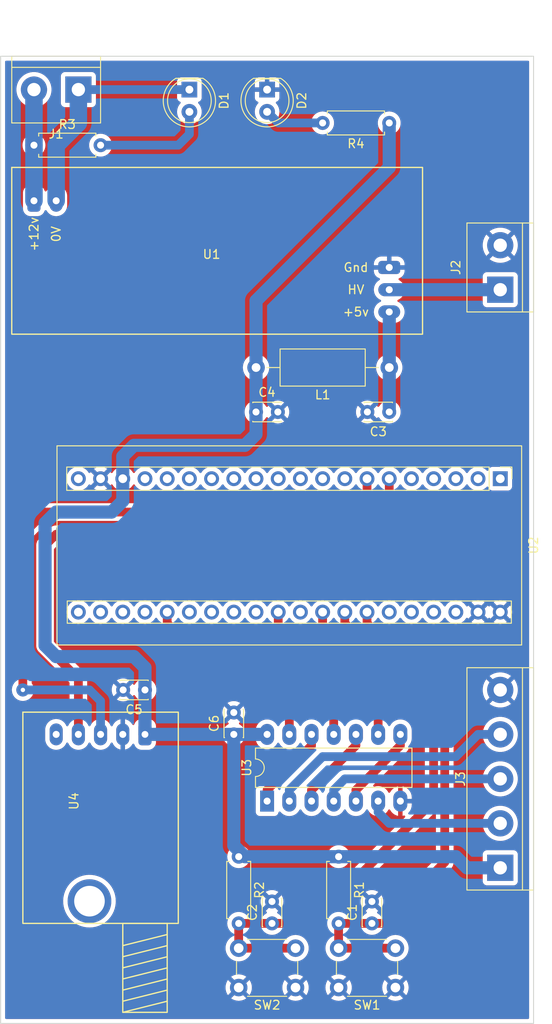
<source format=kicad_pcb>
(kicad_pcb (version 20211014) (generator pcbnew)

  (general
    (thickness 1.6)
  )

  (paper "A4")
  (layers
    (0 "F.Cu" signal)
    (31 "B.Cu" signal)
    (32 "B.Adhes" user "B.Adhesive")
    (33 "F.Adhes" user "F.Adhesive")
    (34 "B.Paste" user)
    (35 "F.Paste" user)
    (36 "B.SilkS" user "B.Silkscreen")
    (37 "F.SilkS" user "F.Silkscreen")
    (38 "B.Mask" user)
    (39 "F.Mask" user)
    (40 "Dwgs.User" user "User.Drawings")
    (41 "Cmts.User" user "User.Comments")
    (42 "Eco1.User" user "User.Eco1")
    (43 "Eco2.User" user "User.Eco2")
    (44 "Edge.Cuts" user)
    (45 "Margin" user)
    (46 "B.CrtYd" user "B.Courtyard")
    (47 "F.CrtYd" user "F.Courtyard")
    (48 "B.Fab" user)
    (49 "F.Fab" user)
    (50 "User.1" user)
    (51 "User.2" user)
    (52 "User.3" user)
    (53 "User.4" user)
    (54 "User.5" user)
    (55 "User.6" user)
    (56 "User.7" user)
    (57 "User.8" user)
    (58 "User.9" user)
  )

  (setup
    (stackup
      (layer "F.SilkS" (type "Top Silk Screen"))
      (layer "F.Paste" (type "Top Solder Paste"))
      (layer "F.Mask" (type "Top Solder Mask") (thickness 0.01))
      (layer "F.Cu" (type "copper") (thickness 0.035))
      (layer "dielectric 1" (type "core") (thickness 1.51) (material "FR4") (epsilon_r 4.5) (loss_tangent 0.02))
      (layer "B.Cu" (type "copper") (thickness 0.035))
      (layer "B.Mask" (type "Bottom Solder Mask") (thickness 0.01))
      (layer "B.Paste" (type "Bottom Solder Paste"))
      (layer "B.SilkS" (type "Bottom Silk Screen"))
      (copper_finish "None")
      (dielectric_constraints no)
    )
    (pad_to_mask_clearance 0)
    (pcbplotparams
      (layerselection 0x00010fc_ffffffff)
      (disableapertmacros false)
      (usegerberextensions false)
      (usegerberattributes true)
      (usegerberadvancedattributes true)
      (creategerberjobfile true)
      (svguseinch false)
      (svgprecision 6)
      (excludeedgelayer true)
      (plotframeref false)
      (viasonmask false)
      (mode 1)
      (useauxorigin false)
      (hpglpennumber 1)
      (hpglpenspeed 20)
      (hpglpendiameter 15.000000)
      (dxfpolygonmode true)
      (dxfimperialunits true)
      (dxfusepcbnewfont true)
      (psnegative false)
      (psa4output false)
      (plotreference true)
      (plotvalue true)
      (plotinvisibletext false)
      (sketchpadsonfab false)
      (subtractmaskfromsilk false)
      (outputformat 1)
      (mirror false)
      (drillshape 1)
      (scaleselection 1)
      (outputdirectory "")
    )
  )

  (net 0 "")
  (net 1 "BTN-Zero")
  (net 2 "GND")
  (net 3 "BTN-Set")
  (net 4 "Net-(C3-Pad1)")
  (net 5 "+5V")
  (net 6 "Net-(D1-Pad1)")
  (net 7 "Net-(D1-Pad2)")
  (net 8 "Net-(D2-Pad2)")
  (net 9 "Net-(J1-Pad2)")
  (net 10 "unconnected-(U2-Pad38)")
  (net 11 "unconnected-(U2-Pad3)")
  (net 12 "unconnected-(U2-Pad37)")
  (net 13 "unconnected-(U2-Pad4)")
  (net 14 "unconnected-(U2-Pad36)")
  (net 15 "unconnected-(U2-Pad5)")
  (net 16 "unconnected-(U2-Pad35)")
  (net 17 "GPS-RX")
  (net 18 "GPS-TX")
  (net 19 "unconnected-(U2-Pad8)")
  (net 20 "DO-3.3v")
  (net 21 "unconnected-(U2-Pad9)")
  (net 22 "unconnected-(U2-Pad31)")
  (net 23 "unconnected-(U2-Pad10)")
  (net 24 "SCLK-3.3v")
  (net 25 "unconnected-(U2-Pad11)")
  (net 26 "unconnected-(U2-Pad29)")
  (net 27 "unconnected-(U2-Pad12)")
  (net 28 "unconnected-(U2-Pad28)")
  (net 29 "unconnected-(U2-Pad13)")
  (net 30 "unconnected-(U2-Pad27)")
  (net 31 "unconnected-(U2-Pad14)")
  (net 32 "unconnected-(U2-Pad26)")
  (net 33 "unconnected-(U2-Pad15)")
  (net 34 "RCKL-3.3v")
  (net 35 "unconnected-(U2-Pad16)")
  (net 36 "unconnected-(U2-Pad24)")
  (net 37 "unconnected-(U2-Pad17)")
  (net 38 "unconnected-(U2-Pad23)")
  (net 39 "unconnected-(U2-Pad22)")
  (net 40 "unconnected-(U2-Pad21)")
  (net 41 "unconnected-(U2-Pad20)")
  (net 42 "SCKL-5v")
  (net 43 "DO-5v")
  (net 44 "RCKL-5v")
  (net 45 "HV")
  (net 46 "unconnected-(U4-Pad5)")
  (net 47 "Net-(U3-Pad12)")
  (net 48 "Net-(U3-Pad10)")
  (net 49 "Net-(U3-Pad5)")
  (net 50 "unconnected-(U2-Pad1)")
  (net 51 "unconnected-(U2-Pad2)")

  (footprint "Resistor_THT:R_Axial_DIN0207_L6.3mm_D2.5mm_P7.62mm_Horizontal" (layer "F.Cu") (at 85.65 146.05 -90))

  (footprint "misc:nixie-psu" (layer "F.Cu") (at 82.55 76.2))

  (footprint "misc:neo-7m-module" (layer "F.Cu") (at 69.85 140.97 90))

  (footprint "Resistor_THT:R_Axial_DIN0207_L6.3mm_D2.5mm_P7.62mm_Horizontal" (layer "F.Cu") (at 62.23 64.77))

  (footprint "Resistor_THT:R_Axial_DIN0207_L6.3mm_D2.5mm_P7.62mm_Horizontal" (layer "F.Cu") (at 102.87 62.23 180))

  (footprint "LED_THT:LED_D5.0mm" (layer "F.Cu") (at 80.01 58.42 -90))

  (footprint "Capacitor_THT:C_Disc_D3.0mm_W2.0mm_P2.50mm" (layer "F.Cu") (at 74.93 127 180))

  (footprint "TerminalBlock:TerminalBlock_bornier-2_P5.08mm" (layer "F.Cu") (at 67.31 58.42 180))

  (footprint "Capacitor_THT:C_Disc_D3.0mm_W2.0mm_P2.50mm" (layer "F.Cu") (at 100.89 153.67 90))

  (footprint "LED_THT:LED_D5.0mm" (layer "F.Cu") (at 88.9 58.42 -90))

  (footprint "Resistor_THT:R_Axial_DIN0207_L6.3mm_D2.5mm_P7.62mm_Horizontal" (layer "F.Cu") (at 97.08 146.05 -90))

  (footprint "misc:YAAJ_BluePill_2" (layer "F.Cu") (at 115.57 102.87 -90))

  (footprint "Button_Switch_THT:SW_PUSH_6mm" (layer "F.Cu") (at 92.15 161 180))

  (footprint "TerminalBlock:TerminalBlock_bornier-5_P5.08mm" (layer "F.Cu") (at 115.57 147.32 90))

  (footprint "Button_Switch_THT:SW_PUSH_6mm" (layer "F.Cu") (at 103.58 161 180))

  (footprint "Capacitor_THT:C_Disc_D3.0mm_W2.0mm_P2.50mm" (layer "F.Cu") (at 85.09 132.08 90))

  (footprint "Inductor_THT:L_Axial_L9.5mm_D4.0mm_P15.24mm_Horizontal_Fastron_SMCC" (layer "F.Cu") (at 102.875 90.17 180))

  (footprint "TerminalBlock:TerminalBlock_bornier-2_P5.08mm" (layer "F.Cu") (at 115.57 81.28 90))

  (footprint "Capacitor_THT:C_Disc_D3.0mm_W2.0mm_P2.50mm" (layer "F.Cu") (at 89.46 153.67 90))

  (footprint "Capacitor_THT:C_Disc_D3.0mm_W2.0mm_P2.50mm" (layer "F.Cu") (at 102.87 95.25 180))

  (footprint "Package_DIP:DIP-14_W7.62mm_LongPads" (layer "F.Cu") (at 88.9 139.7 90))

  (footprint "Capacitor_THT:C_Disc_D3.0mm_W2.0mm_P2.50mm" (layer "F.Cu") (at 87.63 95.25))

  (gr_line (start 119.38 165.1) (end 119.38 54.61) (layer "Cmts.User") (width 0.15) (tstamp 17c5563d-a3a3-44dd-96f1-dccdc5677c80))
  (gr_line (start 119.38 54.61) (end 58.42 54.61) (layer "Cmts.User") (width 0.15) (tstamp b7f9643b-8096-4712-8d85-eaec14f8f438))
  (gr_line (start 58.42 48.26) (end 58.42 165.1) (layer "Cmts.User") (width 0.15) (tstamp df362d89-af41-4e1a-ba3f-528cc47b2c0b))
  (gr_rect (start 58.42 54.61) (end 119.38 165.1) (layer "Edge.Cuts") (width 0.1) (fill none) (tstamp a0df5590-759e-48fc-8c81-66b2552ff399))

  (segment (start 103.58 156.5) (end 97.08 156.5) (width 1) (layer "F.Cu") (net 1) (tstamp 1c54a8da-99c7-42db-ac20-c7e1c4756013))
  (segment (start 100.89 153.67) (end 102.235 153.67) (width 1) (layer "F.Cu") (net 1) (tstamp 472e2088-478c-4e03-9a04-094c33125adc))
  (segment (start 102.235 153.67) (end 109.22 146.685) (width 1) (layer "F.Cu") (net 1) (tstamp 731f28eb-0829-41ec-8256-9a17fb73e483))
  (segment (start 109.22 146.685) (end 109.22 128.27) (width 1) (layer "F.Cu") (net 1) (tstamp 90271ac8-c531-4d06-92dd-8a00ab5cfb91))
  (segment (start 109.22 128.27) (end 100.33 119.38) (width 1) (layer "F.Cu") (net 1) (tstamp a556ea04-be44-4fce-9c10-7fa0cfae8212))
  (segment (start 97.08 153.67) (end 97.08 156.5) (width 1) (layer "F.Cu") (net 1) (tstamp d7970f59-1619-4a49-b292-c4e115530a6e))
  (segment (start 100.33 119.38) (end 100.33 118.11) (width 1) (layer "F.Cu") (net 1) (tstamp e290724d-6aca-4440-9cd7-12141be1f38d))
  (segment (start 97.08 153.67) (end 100.89 153.67) (width 1) (layer "F.Cu") (net 1) (tstamp fcef6505-1927-49f6-b714-53bde81246cc))
  (segment (start 93.98 153.67) (end 89.46 153.67) (width 1) (layer "F.Cu") (net 3) (tstamp 08a0f36e-a2b5-4e5c-8dcd-76ef0138c5a2))
  (segment (start 107.95 129.54) (end 107.95 139.7) (width 1) (layer "F.Cu") (net 3) (tstamp 212c0008-89af-4256-bba9-348ca5aa913d))
  (segment (start 85.65 156.5) (end 92.15 156.5) (width 1) (layer "F.Cu") (net 3) (tstamp 434e9990-f7ec-4cf8-8296-ce66b3afe9d6))
  (segment (start 97.79 119.38) (end 107.95 129.54) (width 1) (layer "F.Cu") (net 3) (tstamp 46c4c5c3-7488-42dc-adf0-501d9ed54eee))
  (segment (start 85.65 153.67) (end 89.46 153.67) (width 1) (layer "F.Cu") (net 3) (tstamp 6533bf02-78fb-4cc6-a245-2cd8de38d0be))
  (segment (start 97.79 118.11) (end 97.79 119.38) (width 1) (layer "F.Cu") (net 3) (tstamp a98d7a1e-b375-47eb-a8ee-6c37d4df98d9))
  (segment (start 107.95 139.7) (end 93.98 153.67) (width 1) (layer "F.Cu") (net 3) (tstamp c7861cbd-d586-4d11-9fe9-436ec3df34e2))
  (segment (start 85.65 153.67) (end 85.65 156.5) (width 1) (layer "F.Cu") (net 3) (tstamp e94bbd91-a0b4-4ddc-9f09-ae212dfa4eaa))
  (segment (start 102.875 90.17) (end 102.875 83.825) (width 1.5) (layer "B.Cu") (net 4) (tstamp 185b4717-99a8-4ccb-842d-88488e3e3309))
  (segment (start 102.875 90.17) (end 102.875 95.245) (width 1.5) (layer "B.Cu") (net 4) (tstamp 2849c4f2-5c49-4499-84ae-9865306ff237))
  (segment (start 102.875 83.825) (end 102.87 83.82) (width 1.5) (layer "B.Cu") (net 4) (tstamp 54447660-69c8-401e-b61e-ff2dd167fcd7))
  (segment (start 102.87 90.165) (end 102.875 90.17) (width 2) (layer "B.Cu") (net 4) (tstamp dd214595-9ab4-46da-9d1b-6ea7a1fdd254))
  (segment (start 102.875 95.245) (end 102.87 95.25) (width 1.5) (layer "B.Cu") (net 4) (tstamp fb87ed6c-6bf9-429e-9591-e9af56d7ab42))
  (segment (start 72.39 102.87) (end 72.39 105.41) (width 1.5) (layer "B.Cu") (net 5) (tstamp 01032f62-1a74-47d7-ae21-1ff7e58e901c))
  (segment (start 86.36 146.05) (end 93.98 146.05) (width 1.5) (layer "B.Cu") (net 5) (tstamp 103ea246-45d4-48fc-9f78-59d3bf76b015))
  (segment (start 85.09 132.08) (end 85.09 144.78) (width 1.5) (layer "B.Cu") (net 5) (tstamp 24cc27b3-f008-4dfb-a6bb-928596eb7477))
  (segment (start 87.635 95.245) (end 87.63 95.25) (width 1.5) (layer "B.Cu") (net 5) (tstamp 35ae49ec-399b-4adf-89c1-f57d463299db))
  (segment (start 111.76 147.32) (end 110.49 146.05) (width 1.5) (layer "B.Cu") (net 5) (tstamp 4627053a-be15-4459-bdd0-aedd0aa84070))
  (segment (start 88.9 132.08) (end 74.93 132.08) (width 1.5) (layer "B.Cu") (net 5) (tstamp 4af4bb32-c28f-48de-b803-fd5dcb05c9a5))
  (segment (start 63.5 107.95) (end 63.5 121.92) (width 1.5) (layer "B.Cu") (net 5) (tstamp 4c755b12-ae14-4812-b3fd-70c4d1768fda))
  (segment (start 87.635 90.17) (end 87.635 95.245) (width 1.5) (layer "B.Cu") (net 5) (tstamp 56c88695-76f4-48d2-b339-9f3019133119))
  (segment (start 87.635 90.17) (end 87.635 82.545) (width 1.5) (layer "B.Cu") (net 5) (tstamp 573590f9-67fe-479b-8322-7996e3ea5810))
  (segment (start 64.77 106.68) (end 63.5 107.95) (width 1.5) (layer "B.Cu") (net 5) (tstamp 590fead6-f374-48aa-a46e-f23d93d5ed90))
  (segment (start 72.39 100.33) (end 72.39 102.87) (width 1.5) (layer "B.Cu") (net 5) (tstamp 6bdf9c5c-cab2-44fb-b0c8-d08509ebc9d3))
  (segment (start 115.57 147.32) (end 111.76 147.32) (width 1.5) (layer "B.Cu") (net 5) (tstamp 6d7879be-023b-4495-934e-8bd05786592c))
  (segment (start 87.63 95.25) (end 87.63 97.79) (width 1.5) (layer "B.Cu") (net 5) (tstamp 70300b17-0201-45da-81b6-ad6611997584))
  (segment (start 63.5 121.92) (end 64.77 123.19) (width 1.5) (layer "B.Cu") (net 5) (tstamp 73708606-1304-4007-a046-d6877ccdded1))
  (segment (start 102.87 67.31) (end 102.87 62.23) (width 1.5) (layer "B.Cu") (net 5) (tstamp 82c2eb4c-41fb-442f-ac8e-2c3d785fbd85))
  (segment (start 71.12 106.68) (end 64.77 106.68) (width 1.5) (layer "B.Cu") (net 5) (tstamp 83d7d12f-6ad1-45fc-a7d4-6e340bd25208))
  (segment (start 72.39 105.41) (end 71.12 106.68) (width 1.5) (layer "B.Cu") (net 5) (tstamp 8d2a1f40-8ba4-404a-aed9-ecaa85ee42a2))
  (segment (start 73.66 99.06) (end 72.39 100.33) (width 1.5) (layer "B.Cu") (net 5) (tstamp 9c76a078-3038-4ed4-b895-5b9dcaac761e))
  (segment (start 105.41 146.05) (end 93.98 146.05) (width 1.5) (layer "B.Cu") (net 5) (tstamp a54be09c-1ff0-469a-bf59-16e6fc1002d5))
  (segment (start 74.93 132.08) (end 74.93 127) (width 1.5) (layer "B.Cu") (net 5) (tstamp ac494326-3dae-4f22-922c-3db6e636f0b9))
  (segment (start 110.49 146.05) (end 105.41 146.05) (width 1.5) (layer "B.Cu") (net 5) (tstamp ae826591-a892-477e-8e0e-c1c5effc718b))
  (segment (start 64.77 123.19) (end 73.66 123.19) (width 1.5) (layer "B.Cu") (net 5) (tstamp b450f0bd-356f-4e47-8059-7ec0d45252c2))
  (segment (start 86.36 99.06) (end 73.66 99.06) (width 1.5) (layer "B.Cu") (net 5) (tstamp bf0ad247-2b74-4056-af27-0f6454e0d28c))
  (segment (start 74.93 124.46) (end 74.93 127) (width 1.5) (layer "B.Cu") (net 5) (tstamp d910a37b-18e3-4adb-8fd8-8c020dcb1867))
  (segment (start 85.09 144.78) (end 86.36 146.05) (width 1.5) (layer "B.Cu") (net 5) (tstamp e8644444-af30-4bb6-9478-06b22e6dfa3d))
  (segment (start 87.635 82.545) (end 102.87 67.31) (width 1.5) (layer "B.Cu") (net 5) (tstamp ee04c04f-215a-4eff-9a5a-3fc137c6a8cf))
  (segment (start 87.63 97.79) (end 86.36 99.06) (width 1.5) (layer "B.Cu") (net 5) (tstamp f3bea128-117a-4691-aada-d35d44af9615))
  (segment (start 73.66 123.19) (end 74.93 124.46) (width 1.5) (layer "B.Cu") (net 5) (tstamp f807fc2d-fe49-4845-9985-44fe3923c2d6))
  (segment (start 64.77 64.77) (end 67.31 62.23) (width 2) (layer "B.Cu") (net 6) (tstamp 07d97fad-f50d-4f2e-b0b7-a853d7fb59eb))
  (segment (start 64.77 71.12) (end 64.77 64.77) (width 2) (layer "B.Cu") (net 6) (tstamp 0c812151-65c7-4f4a-b059-b8c0d2d12397))
  (segment (start 80.01 58.42) (end 67.31 58.42) (width 1) (layer "B.Cu") (net 6) (tstamp 26b700b9-5b98-4eaa-84cb-3944af451597))
  (segment (start 67.31 62.23) (end 67.31 58.42) (width 2) (layer "B.Cu") (net 6) (tstamp 89a73791-57d8-47c9-8f66-c8294fdeea11))
  (segment (start 78.74 64.77) (end 69.85 64.77) (width 1) (layer "B.Cu") (net 7) (tstamp 0ace00c6-18f0-4735-ab0d-ed549b4ea81a))
  (segment (start 80.01 63.5) (end 78.74 64.77) (width 1) (layer "B.Cu") (net 7) (tstamp 4092f61e-3a26-4467-ae77-875a512211e8))
  (segment (start 80.01 60.96) (end 80.01 63.5) (width 1) (layer "B.Cu") (net 7) (tstamp f87ce03a-03d7-4533-9c1c-b0f2552e1cd0))
  (segment (start 88.9 60.96) (end 90.17 62.23) (width 1) (layer "B.Cu") (net 8) (tstamp 68ae113a-5138-4588-8198-a9545175eae8))
  (segment (start 90.17 62.23) (end 95.25 62.23) (width 1) (layer "B.Cu") (net 8) (tstamp 7f9898da-5981-4096-9ddf-12edf8347b86))
  (segment (start 62.23 64.77) (end 62.23 71.12) (width 2) (layer "B.Cu") (net 9) (tstamp 31dee16d-031d-49bb-af51-07826b9e1bad))
  (segment (start 62.23 58.42) (end 62.23 64.77) (width 2) (layer "B.Cu") (net 9) (tstamp 8f919842-18ba-49fc-abfb-44a9aae369a0))
  (segment (start 64.77 109.22) (end 99.06 109.22) (width 1) (layer "F.Cu") (net 17) (tstamp 06366a80-971d-4867-bf52-87a579e0f7dd))
  (segment (start 102.87 105.41) (end 102.87 102.87) (width 1) (layer "F.Cu") (net 17) (tstamp 080491fd-3e1b-46f1-8cfe-7c21e8cca3b9))
  (segment (start 63.5 121.92) (end 63.5 110.49) (width 1) (layer "F.Cu") (net 17) (tstamp 1a87b6bd-714e-4c1f-8c48-5ba3aed20caa))
  (segment (start 99.06 109.22) (end 102.87 105.41) (width 1) (layer "F.Cu") (net 17) (tstamp 900a0e00-c83b-4a2a-a67d-3b4b994c07fe))
  (segment (start 67.31 125.73) (end 63.5 121.92) (width 1) (layer "F.Cu") (net 17) (tstamp df30cfc5-9cd2-4419-b974-d2a1aa84ed0c))
  (segment (start 63.5 110.49) (end 64.77 109.22) (width 1) (layer "F.Cu") (net 17) (tstamp e2b9ab51-e1f3-48ce-b8f1-1b2bcc52d582))
  (segment (start 67.31 132.08) (end 67.31 125.73) (width 1) (layer "F.Cu") (net 17) (tstamp ff0dc482-e08a-4e9d-aa87-e5743521e5e9))
  (segment (start 60.96 109.22) (end 63.5 106.68) (width 1) (layer "F.Cu") (net 18) (tstamp 2c431391-7f32-4bc1-987a-afcc56f83bf5))
  (segment (start 99.06 106.68) (end 100.33 105.41) (width 1) (layer "F.Cu") (net 18) (tstamp 3dc1970b-da02-4f12-881a-932032e5c889))
  (segment (start 100.33 105.41) (end 100.33 102.87) (width 1) (layer "F.Cu") (net 18) (tstamp ac947a94-4b6a-4448-a30d-5f6e03215496))
  (segment (start 63.5 106.68) (end 99.06 106.68) (width 1) (layer "F.Cu") (net 18) (tstamp cff234f3-b6d9-45d4-9ab9-455195fb3aa4))
  (segment (start 60.96 127) (end 60.96 109.22) (width 1) (layer "F.Cu") (net 18) (tstamp f897a958-fd5e-4f46-a181-29e1841e8ffd))
  (via (at 60.96 127) (size 1.5) (drill 0.5) (layers "F.Cu" "B.Cu") (net 18) (tstamp 00bf6a00-08ba-4969-b74d-9aedb7b27e73))
  (segment (start 69.85 132.08) (end 69.85 128.27) (width 1) (layer "B.Cu") (net 18) (tstamp 897cd945-c2ed-41f9-9bfb-77b8d5ade54f))
  (segment (start 68.58 127) (end 60.96 127) (width 1) (layer "B.Cu") (net 18) (tstamp b38376d1-bc8f-47a1-abc7-3d9d755e3ca8))
  (segment (start 69.85 128.27) (end 68.58 127) (width 1) (layer "B.Cu") (net 18) (tstamp b91c912f-a482-4480-88a2-41be6a089c84))
  (segment (start 95.25 121.92) (end 101.6 128.27) (width 1) (layer "F.Cu") (net 20) (tstamp 2faad433-0f2e-46dd-9b4a-2d603b67961b))
  (segment (start 101.6 128.27) (end 101.6 132.08) (width 1) (layer "F.Cu") (net 20) (tstamp 4e1fc036-9ca8-4c2e-83da-073e6e52b00e))
  (segment (start 95.25 118.11) (end 95.25 121.92) (width 1) (layer "F.Cu") (net 20) (tstamp 98327c9f-462a-4b1c-add3-716c84c1ea34))
  (segment (start 90.17 120.65) (end 96.52 127) (width 1) (layer "F.Cu") (net 24) (tstamp 3a8e31b2-f004-49cb-ab59-5e79021ec4b9))
  (segment (start 90.17 118.11) (end 90.17 120.65) (width 1) (layer "F.Cu") (net 24) (tstamp 6a7d7680-832d-4eb6-b275-16899804b384))
  (segment (start 96.52 127) (end 96.52 132.08) (width 1) (layer "F.Cu") (net 24) (tstamp 78d4c0aa-90e3-4568-80ab-064aeb91f982))
  (segment (start 77.47 118.11) (end 77.47 119.38) (width 1) (layer "F.Cu") (net 34) (tstamp 774821ed-d836-418d-89a5-b4315de6ed46))
  (segment (start 91.44 128.27) (end 91.44 132.08) (width 1) (layer "F.Cu") (net 34) (tstamp 9c37144e-fe2c-45bf-83f2-ebf0158825f8))
  (segment (start 86.36 123.19) (end 91.44 128.27) (width 1) (layer "F.Cu") (net 34) (tstamp c3213bed-2819-46de-967e-dafbaecd230c))
  (segment (start 81.28 123.19) (end 86.36 123.19) (width 1) (layer "F.Cu") (net 34) (tstamp d802ae69-69d5-40f1-99cf-8cd1fb764e3e))
  (segment (start 77.47 119.38) (end 81.28 123.19) (width 1) (layer "F.Cu") (net 34) (tstamp eba8a613-a2f1-430b-83b1-e1bf6649c824))
  (segment (start 96.52 138.43) (end 97.79 137.16) (width 1) (layer "B.Cu") (net 42) (tstamp 06aab9f8-3204-45bc-a765-3076e77178f5))
  (segment (start 97.79 137.16) (end 115.57 137.16) (width 1) (layer "B.Cu") (net 42) (tstamp 83e10e93-9eb3-4456-9891-7298d9b5a46e))
  (segment (start 96.52 139.7) (end 96.52 138.43) (width 1) (layer "B.Cu") (net 42) (tstamp bc9dba51-ba8b-46c1-9a6e-ebb562395e7f))
  (segment (start 101.6 140.97) (end 102.87 142.24) (width 1) (layer "B.Cu") (net 43) (tstamp 03a65276-828b-4937-86a0-dce29273b5f0))
  (segment (start 101.6 139.7) (end 101.6 140.97) (width 1) (layer "B.Cu") (net 43) (tstamp 330c723d-a3f9-4de0-9225-8b3ee269a062))
  (segment (start 102.87 142.24) (end 115.57 142.24) (width 1) (layer "B.Cu") (net 43) (tstamp 91c5794d-b4a7-4f72-9de6-99ad74e2e26f))
  (segment (start 91.44 138.43) (end 95.25 134.62) (width 1) (layer "B.Cu") (net 44) (tstamp 24434c1c-8971-422a-a723-62d8a37bf30a))
  (segment (start 91.44 139.7) (end 91.44 138.43) (width 1) (layer "B.Cu") (net 44) (tstamp 5c19dd5d-02ad-436d-a199-9279f1ec325c))
  (segment (start 110.49 134.62) (end 113.03 132.08) (width 1) (layer "B.Cu") (net 44) (tstamp 99c39d8c-3811-49f7-b3cb-3186a0c8c94f))
  (segment (start 95.25 134.62) (end 110.49 134.62) (width 1) (layer "B.Cu") (net 44) (tstamp c7d6508c-bc72-41d5-a786-d79e190b01e5))
  (segment (start 113.03 132.08) (end 115.57 132.08) (width 1) (layer "B.Cu") (net 44) (tstamp f8b2b5ae-b146-4d9d-9fb8-424b56423748))
  (segment (start 102.87 81.28) (end 115.57 81.28) (width 1.5) (layer "B.Cu") (net 45) (tstamp cd4fa3df-4cdf-4e22-a000-7d7d9d33061f))
  (segment (start 93.98 133.35) (end 93.98 132.08) (width 1) (layer "F.Cu") (net 47) (tstamp 06485c39-8011-481b-9083-bbc564fad6f0))
  (segment (start 88.9 139.7) (end 88.9 138.43) (width 1) (layer "F.Cu") (net 47) (tstamp 14dd1afc-9ffd-40a5-8f67-624715695677))
  (segment (start 88.9 138.43) (end 93.98 133.35) (width 1) (layer "F.Cu") (net 47) (tstamp 9a4bc616-bfdb-4cd9-884d-5623a081359d))
  (segment (start 99.06 132.08) (end 99.06 133.35) (width 1) (layer "F.Cu") (net 48) (tstamp 3a0e681d-bcb0-4847-b714-fdbd30890e91))
  (segment (start 99.06 133.35) (end 93.98 138.43) (width 1) (layer "F.Cu") (net 48) (tstamp 63a8134b-628d-45dc-bba3-aef47c991d1c))
  (segment (start 93.98 138.43) (end 93.98 139.7) (width 1) (layer "F.Cu") (net 48) (tstamp 9726eaf5-f6a7-4206-a572-8b72bfc21832))
  (segment (start 104.14 133.35) (end 99.06 138.43) (width 1) (layer "F.Cu") (net 49) (tstamp 20e57d00-4a20-4a5c-ba2f-aafbccafd24f))
  (segment (start 104.14 132.08) (end 104.14 133.35) (width 1) (layer "F.Cu") (net 49) (tstamp 502eb0d7-917d-451d-8940-7a9ef3037a1b))
  (segment (start 99.06 138.43) (end 99.06 139.7) (width 1) (layer "F.Cu") (net 49) (tstamp 84ae7878-c654-47dd-aa51-783693f86877))

  (zone (net 2) (net_name "GND") (layer "F.Cu") (tstamp af83b1ba-4927-4eb4-9b3d-b90a16495600) (hatch edge 0.508)
    (connect_pads (clearance 0.508))
    (min_thickness 0.254) (filled_areas_thickness no)
    (fill yes (thermal_gap 0.508) (thermal_bridge_width 0.508))
    (polygon
      (pts
        (xy 119.38 165.1)
        (xy 58.42 165.1)
        (xy 58.42 54.61)
        (xy 119.38 54.61)
      )
    )
    (filled_polygon
      (layer "F.Cu")
      (pts
        (xy 118.814121 55.138002)
        (xy 118.860614 55.191658)
        (xy 118.872 55.244)
        (xy 118.872 164.466)
        (xy 118.851998 164.534121)
        (xy 118.798342 164.580614)
        (xy 118.746 164.592)
        (xy 59.054 164.592)
        (xy 58.985879 164.571998)
        (xy 58.939386 164.518342)
        (xy 58.928 164.466)
        (xy 58.928 162.23267)
        (xy 84.78216 162.23267)
        (xy 84.787887 162.24032)
        (xy 84.959042 162.345205)
        (xy 84.967837 162.349687)
        (xy 85.177988 162.436734)
        (xy 85.187373 162.439783)
        (xy 85.408554 162.492885)
        (xy 85.418301 162.494428)
        (xy 85.64507 162.512275)
        (xy 85.65493 162.512275)
        (xy 85.881699 162.494428)
        (xy 85.891446 162.492885)
        (xy 86.112627 162.439783)
        (xy 86.122012 162.436734)
        (xy 86.332163 162.349687)
        (xy 86.340958 162.345205)
        (xy 86.508445 162.242568)
        (xy 86.5174 162.23267)
        (xy 91.28216 162.23267)
        (xy 91.287887 162.24032)
        (xy 91.459042 162.345205)
        (xy 91.467837 162.349687)
        (xy 91.677988 162.436734)
        (xy 91.687373 162.439783)
        (xy 91.908554 162.492885)
        (xy 91.918301 162.494428)
        (xy 92.14507 162.512275)
        (xy 92.15493 162.512275)
        (xy 92.381699 162.494428)
        (xy 92.391446 162.492885)
        (xy 92.612627 162.439783)
        (xy 92.622012 162.436734)
        (xy 92.832163 162.349687)
        (xy 92.840958 162.345205)
        (xy 93.008445 162.242568)
        (xy 93.0174 162.23267)
        (xy 96.21216 162.23267)
        (xy 96.217887 162.24032)
        (xy 96.389042 162.345205)
        (xy 96.397837 162.349687)
        (xy 96.607988 162.436734)
        (xy 96.617373 162.439783)
        (xy 96.838554 162.492885)
        (xy 96.848301 162.494428)
        (xy 97.07507 162.512275)
        (xy 97.08493 162.512275)
        (xy 97.311699 162.494428)
        (xy 97.321446 162.492885)
        (xy 97.542627 162.439783)
        (xy 97.552012 162.436734)
        (xy 97.762163 162.349687)
        (xy 97.770958 162.345205)
        (xy 97.938445 162.242568)
        (xy 97.9474 162.23267)
        (xy 102.71216 162.23267)
        (xy 102.717887 162.24032)
        (xy 102.889042 162.345205)
        (xy 102.897837 162.349687)
        (xy 103.107988 162.436734)
        (xy 103.117373 162.439783)
        (xy 103.338554 162.492885)
        (xy 103.348301 162.494428)
        (xy 103.57507 162.512275)
        (xy 103.58493 162.512275)
        (xy 103.811699 162.494428)
        (xy 103.821446 162.492885)
        (xy 104.042627 162.439783)
        (xy 104.052012 162.436734)
        (xy 104.262163 162.349687)
        (xy 104.270958 162.345205)
        (xy 104.438445 162.242568)
        (xy 104.447907 162.23211)
        (xy 104.444124 162.223334)
        (xy 103.592812 161.372022)
        (xy 103.578868 161.364408)
        (xy 103.577035 161.364539)
        (xy 103.57042 161.36879)
        (xy 102.71892 162.22029)
        (xy 102.71216 162.23267)
        (xy 97.9474 162.23267)
        (xy 97.947907 162.23211)
        (xy 97.944124 162.223334)
        (xy 97.092812 161.372022)
        (xy 97.078868 161.364408)
        (xy 97.077035 161.364539)
        (xy 97.07042 161.36879)
        (xy 96.21892 162.22029)
        (xy 96.21216 162.23267)
        (xy 93.0174 162.23267)
        (xy 93.017907 162.23211)
        (xy 93.014124 162.223334)
        (xy 92.162812 161.372022)
        (xy 92.148868 161.364408)
        (xy 92.147035 161.364539)
        (xy 92.14042 161.36879)
        (xy 91.28892 162.22029)
        (xy 91.28216 162.23267)
        (xy 86.5174 162.23267)
        (xy 86.517907 162.23211)
        (xy 86.514124 162.223334)
        (xy 85.662812 161.372022)
        (xy 85.648868 161.364408)
        (xy 85.647035 161.364539)
        (xy 85.64042 161.36879)
        (xy 84.78892 162.22029)
        (xy 84.78216 162.23267)
        (xy 58.928 162.23267)
        (xy 58.928 161.00493)
        (xy 84.137725 161.00493)
        (xy 84.155572 161.231699)
        (xy 84.157115 161.241446)
        (xy 84.210217 161.462627)
        (xy 84.213266 161.472012)
        (xy 84.300313 161.682163)
        (xy 84.304795 161.690958)
        (xy 84.407432 161.858445)
        (xy 84.41789 161.867907)
        (xy 84.426666 161.864124)
        (xy 85.277978 161.012812)
        (xy 85.284356 161.001132)
        (xy 86.014408 161.001132)
        (xy 86.014539 161.002965)
        (xy 86.01879 161.00958)
        (xy 86.87029 161.86108)
        (xy 86.88267 161.86784)
        (xy 86.89032 161.862113)
        (xy 86.995205 161.690958)
        (xy 86.999687 161.682163)
        (xy 87.086734 161.472012)
        (xy 87.089783 161.462627)
        (xy 87.142885 161.241446)
        (xy 87.144428 161.231699)
        (xy 87.162275 161.00493)
        (xy 90.637725 161.00493)
        (xy 90.655572 161.231699)
        (xy 90.657115 161.241446)
        (xy 90.710217 161.462627)
        (xy 90.713266 161.472012)
        (xy 90.800313 161.682163)
        (xy 90.804795 161.690958)
        (xy 90.907432 161.858445)
        (xy 90.91789 161.867907)
        (xy 90.926666 161.864124)
        (xy 91.777978 161.012812)
        (xy 91.784356 161.001132)
        (xy 92.514408 161.001132)
        (xy 92.514539 161.002965)
        (xy 92.51879 161.00958)
        (xy 93.37029 161.86108)
        (xy 93.38267 161.86784)
        (xy 93.39032 161.862113)
        (xy 93.495205 161.690958)
        (xy 93.499687 161.682163)
        (xy 93.586734 161.472012)
        (xy 93.589783 161.462627)
        (xy 93.642885 161.241446)
        (xy 93.644428 161.231699)
        (xy 93.662275 161.00493)
        (xy 95.567725 161.00493)
        (xy 95.585572 161.231699)
        (xy 95.587115 161.241446)
        (xy 95.640217 161.462627)
        (xy 95.643266 161.472012)
        (xy 95.730313 161.682163)
        (xy 95.734795 161.690958)
        (xy 95.837432 161.858445)
        (xy 95.84789 161.867907)
        (xy 95.856666 161.864124)
        (xy 96.707978 161.012812)
        (xy 96.714356 161.001132)
        (xy 97.444408 161.001132)
        (xy 97.444539 161.002965)
        (xy 97.44879 161.00958)
        (xy 98.30029 161.86108)
        (xy 98.31267 161.86784)
        (xy 98.32032 161.862113)
        (xy 98.425205 161.690958)
        (xy 98.429687 161.682163)
        (xy 98.516734 161.472012)
        (xy 98.519783 161.462627)
        (xy 98.572885 161.241446)
        (xy 98.574428 161.231699)
        (xy 98.592275 161.00493)
        (xy 102.067725 161.00493)
        (xy 102.085572 161.231699)
        (xy 102.087115 161.241446)
        (xy 102.140217 161.462627)
        (xy 102.143266 161.472012)
        (xy 102.230313 161.682163)
        (xy 102.234795 161.690958)
        (xy 102.337432 161.858445)
        (xy 102.34789 161.867907)
        (xy 102.356666 161.864124)
        (xy 103.207978 161.012812)
        (xy 103.214356 161.001132)
        (xy 103.944408 161.001132)
        (xy 103.944539 161.002965)
        (xy 103.94879 161.00958)
        (xy 104.80029 161.86108)
        (xy 104.81267 161.86784)
        (xy 104.82032 161.862113)
        (xy 104.925205 161.690958)
        (xy 104.929687 161.682163)
        (xy 105.016734 161.472012)
        (xy 105.019783 161.462627)
        (xy 105.072885 161.241446)
        (xy 105.074428 161.231699)
        (xy 105.092275 161.00493)
        (xy 105.092275 160.99507)
        (xy 105.074428 160.768301)
        (xy 105.072885 160.758554)
        (xy 105.019783 160.537373)
        (xy 105.016734 160.527988)
        (xy 104.929687 160.317837)
        (xy 104.925205 160.309042)
        (xy 104.822568 160.141555)
        (xy 104.81211 160.132093)
        (xy 104.803334 160.135876)
        (xy 103.952022 160.987188)
        (xy 103.944408 161.001132)
        (xy 103.214356 161.001132)
        (xy 103.215592 160.998868)
        (xy 103.215461 160.997035)
        (xy 103.21121 160.99042)
        (xy 102.35971 160.13892)
        (xy 102.34733 160.13216)
        (xy 102.33968 160.137887)
        (xy 102.234795 160.309042)
        (xy 102.230313 160.317837)
        (xy 102.143266 160.527988)
        (xy 102.140217 160.537373)
        (xy 102.087115 160.758554)
        (xy 102.085572 160.768301)
        (xy 102.067725 160.99507)
        (xy 102.067725 161.00493)
        (xy 98.592275 161.00493)
        (xy 98.592275 160.99507)
        (xy 98.574428 160.768301)
        (xy 98.572885 160.758554)
        (xy 98.519783 160.537373)
        (xy 98.516734 160.527988)
        (xy 98.429687 160.317837)
        (xy 98.425205 160.309042)
        (xy 98.322568 160.141555)
        (xy 98.31211 160.132093)
        (xy 98.303334 160.135876)
        (xy 97.452022 160.987188)
        (xy 97.444408 161.001132)
        (xy 96.714356 161.001132)
        (xy 96.715592 160.998868)
        (xy 96.715461 160.997035)
        (xy 96.71121 160.99042)
        (xy 95.85971 160.13892)
        (xy 95.84733 160.13216)
        (xy 95.83968 160.137887)
        (xy 95.734795 160.309042)
        (xy 95.730313 160.317837)
        (xy 95.643266 160.527988)
        (xy 95.640217 160.537373)
        (xy 95.587115 160.758554)
        (xy 95.585572 160.768301)
        (xy 95.567725 160.99507)
        (xy 95.567725 161.00493)
        (xy 93.662275 161.00493)
        (xy 93.662275 160.99507)
        (xy 93.644428 160.768301)
        (xy 93.642885 160.758554)
        (xy 93.589783 160.537373)
        (xy 93.586734 160.527988)
        (xy 93.499687 160.317837)
        (xy 93.495205 160.309042)
        (xy 93.392568 160.141555)
        (xy 93.38211 160.132093)
        (xy 93.373334 160.135876)
        (xy 92.522022 160.987188)
        (xy 92.514408 161.001132)
        (xy 91.784356 161.001132)
        (xy 91.785592 160.998868)
        (xy 91.785461 160.997035)
        (xy 91.78121 160.99042)
        (xy 90.92971 160.13892)
        (xy 90.91733 160.13216)
        (xy 90.90968 160.137887)
        (xy 90.804795 160.309042)
        (xy 90.800313 160.317837)
        (xy 90.713266 160.527988)
        (xy 90.710217 160.537373)
        (xy 90.657115 160.758554)
        (xy 90.655572 160.768301)
        (xy 90.637725 160.99507)
        (xy 90.637725 161.00493)
        (xy 87.162275 161.00493)
        (xy 87.162275 160.99507)
        (xy 87.144428 160.768301)
        (xy 87.142885 160.758554)
        (xy 87.089783 160.537373)
        (xy 87.086734 160.527988)
        (xy 86.999687 160.317837)
        (xy 86.995205 160.309042)
        (xy 86.892568 160.141555)
        (xy 86.88211 160.132093)
        (xy 86.873334 160.135876)
        (xy 86.022022 160.987188)
        (xy 86.014408 161.001132)
        (xy 85.284356 161.001132)
        (xy 85.285592 160.998868)
        (xy 85.285461 160.997035)
        (xy 85.28121 160.99042)
        (xy 84.42971 160.13892)
        (xy 84.41733 160.13216)
        (xy 84.40968 160.137887)
        (xy 84.304795 160.309042)
        (xy 84.300313 160.317837)
        (xy 84.213266 160.527988)
        (xy 84.210217 160.537373)
        (xy 84.157115 160.758554)
        (xy 84.155572 160.768301)
        (xy 84.137725 160.99507)
        (xy 84.137725 161.00493)
        (xy 58.928 161.00493)
        (xy 58.928 159.76789)
        (xy 84.782093 159.76789)
        (xy 84.785876 159.776666)
        (xy 85.637188 160.627978)
        (xy 85.651132 160.635592)
        (xy 85.652965 160.635461)
        (xy 85.65958 160.63121)
        (xy 86.51108 159.77971)
        (xy 86.517534 159.76789)
        (xy 91.282093 159.76789)
        (xy 91.285876 159.776666)
        (xy 92.137188 160.627978)
        (xy 92.151132 160.635592)
        (xy 92.152965 160.635461)
        (xy 92.15958 160.63121)
        (xy 93.01108 159.77971)
        (xy 93.017534 159.76789)
        (xy 96.212093 159.76789)
        (xy 96.215876 159.776666)
        (xy 97.067188 160.627978)
        (xy 97.081132 160.635592)
        (xy 97.082965 160.635461)
        (xy 97.08958 160.63121)
        (xy 97.94108 159.77971)
        (xy 97.947534 159.76789)
        (xy 102.712093 159.76789)
        (xy 102.715876 159.776666)
        (xy 103.567188 160.627978)
        (xy 103.581132 160.635592)
        (xy 103.582965 160.635461)
        (xy 103.58958 160.63121)
        (xy 104.44108 159.77971)
        (xy 104.44784 159.76733)
        (xy 104.442113 159.75968)
        (xy 104.270958 159.654795)
        (xy 104.262163 159.650313)
        (xy 104.052012 159.563266)
        (xy 104.042627 159.560217)
        (xy 103.821446 159.507115)
        (xy 103.811699 159.505572)
        (xy 103.58493 159.487725)
        (xy 103.57507 159.487725)
        (xy 103.348301 159.505572)
        (xy 103.338554 159.507115)
        (xy 103.117373 159.560217)
        (xy 103.107988 159.563266)
        (xy 102.897837 159.650313)
        (xy 102.889042 159.654795)
        (xy 102.721555 159.757432)
        (xy 102.712093 159.76789)
        (xy 97.947534 159.76789)
        (xy 97.94784 159.76733)
        (xy 97.942113 159.75968)
        (xy 97.770958 159.654795)
        (xy 97.762163 159.650313)
        (xy 97.552012 159.563266)
        (xy 97.542627 159.560217)
        (xy 97.321446 159.507115)
        (xy 97.311699 159.505572)
        (xy 97.08493 159.487725)
        (xy 97.07507 159.487725)
        (xy 96.848301 159.505572)
        (xy 96.838554 159.507115)
        (xy 96.617373 159.560217)
        (xy 96.607988 159.563266)
        (xy 96.397837 159.650313)
        (xy 96.389042 159.654795)
        (xy 96.221555 159.757432)
        (xy 96.212093 159.76789)
        (xy 93.017534 159.76789)
        (xy 93.01784 159.76733)
        (xy 93.012113 159.75968)
        (xy 92.840958 159.654795)
        (xy 92.832163 159.650313)
        (xy 92.622012 159.563266)
        (xy 92.612627 159.560217)
        (xy 92.391446 159.507115)
        (xy 92.381699 159.505572)
        (xy 92.15493 159.487725)
        (xy 92.14507 159.487725)
        (xy 91.918301 159.505572)
        (xy 91.908554 159.507115)
        (xy 91.687373 159.560217)
        (xy 91.677988 159.563266)
        (xy 91.467837 159.650313)
        (xy 91.459042 159.654795)
        (xy 91.291555 159.757432)
        (xy 91.282093 159.76789)
        (xy 86.517534 159.76789)
        (xy 86.51784 159.76733)
        (xy 86.512113 159.75968)
        (xy 86.340958 159.654795)
        (xy 86.332163 159.650313)
        (xy 86.122012 159.563266)
        (xy 86.112627 159.560217)
        (xy 85.891446 159.507115)
        (xy 85.881699 159.505572)
        (xy 85.65493 159.487725)
        (xy 85.64507 159.487725)
        (xy 85.418301 159.505572)
        (xy 85.408554 159.507115)
        (xy 85.187373 159.560217)
        (xy 85.177988 159.563266)
        (xy 84.967837 159.650313)
        (xy 84.959042 159.654795)
        (xy 84.791555 159.757432)
        (xy 84.782093 159.76789)
        (xy 58.928 159.76789)
        (xy 58.928 151.035341)
        (xy 65.567888 151.035341)
        (xy 65.567983 151.038971)
        (xy 65.567983 151.038972)
        (xy 65.571665 151.17958)
        (xy 65.57697 151.382171)
        (xy 65.625856 151.72566)
        (xy 65.713897 152.061253)
        (xy 65.839927 152.384503)
        (xy 65.841624 152.387708)
        (xy 65.985065 152.658621)
        (xy 66.002275 152.691126)
        (xy 66.004325 152.694109)
        (xy 66.004327 152.694112)
        (xy 66.196733 152.974064)
        (xy 66.196739 152.974071)
        (xy 66.19879 152.977056)
        (xy 66.336259 153.13464)
        (xy 66.416016 153.226067)
        (xy 66.426866 153.238505)
        (xy 66.429551 153.240948)
        (xy 66.656432 153.447393)
        (xy 66.683481 153.472006)
        (xy 66.965233 153.674466)
        (xy 67.268388 153.8432)
        (xy 67.588928 153.975972)
        (xy 67.592422 153.976967)
        (xy 67.592424 153.976968)
        (xy 67.919103 154.070025)
        (xy 67.919108 154.070026)
        (xy 67.922604 154.071022)
        (xy 68.119304 154.103233)
        (xy 68.261412 154.126504)
        (xy 68.261419 154.126505)
        (xy 68.264993 154.12709)
        (xy 68.438275 154.135262)
        (xy 68.607931 154.143263)
        (xy 68.607932 154.143263)
        (xy 68.611558 154.143434)
        (xy 68.620415 154.14283)
        (xy 68.954073 154.120084)
        (xy 68.954081 154.120083)
        (xy 68.957704 154.119836)
        (xy 68.961279 154.119173)
        (xy 68.961282 154.119173)
        (xy 69.295279 154.05727)
        (xy 69.295283 154.057269)
        (xy 69.298844 154.056609)
        (xy 69.630456 153.954592)
        (xy 69.948145 153.815136)
        (xy 70.187148 153.675475)
        (xy 70.24456 153.641926)
        (xy 70.244562 153.641925)
        (xy 70.2477 153.640091)
        (xy 70.407673 153.51998)
        (xy 70.522244 153.433958)
        (xy 70.522248 153.433955)
        (xy 70.525151 153.431775)
        (xy 70.776819 153.19295)
        (xy 70.99937 152.926783)
        (xy 71.189853 152.636799)
        (xy 71.320075 152.377881)
        (xy 71.344117 152.33008)
        (xy 71.34412 152.330072)
        (xy 71.345744 152.326844)
        (xy 71.40627 152.16145)
        (xy 71.463729 152.004437)
        (xy 71.46373 152.004433)
        (xy 71.464977 152.001026)
        (xy 71.465822 151.997504)
        (xy 71.465825 151.997496)
        (xy 71.545124 151.667191)
        (xy 71.545125 151.667187)
        (xy 71.545971 151.663662)
        (xy 71.561082 151.53879)
        (xy 71.587316 151.322004)
        (xy 71.587316 151.321997)
        (xy 71.587652 151.319225)
        (xy 71.59217 151.175475)
        (xy 88.147483 151.175475)
        (xy 88.166472 151.392519)
        (xy 88.168375 151.403312)
        (xy 88.224764 151.613761)
        (xy 88.22851 151.624053)
        (xy 88.320586 151.821511)
        (xy 88.326069 151.831006)
        (xy 88.362509 151.883048)
        (xy 88.372988 151.891424)
        (xy 88.386434 151.884356)
        (xy 89.087978 151.182812)
        (xy 89.094356 151.171132)
        (xy 89.824408 151.171132)
        (xy 89.824539 151.172965)
        (xy 89.82879 151.17958)
        (xy 90.534287 151.885077)
        (xy 90.546062 151.891507)
        (xy 90.558077 151.882211)
        (xy 90.593931 151.831006)
        (xy 90.599414 151.821511)
        (xy 90.69149 151.624053)
        (xy 90.695236 151.613761)
        (xy 90.751625 151.403312)
        (xy 90.753528 151.392519)
        (xy 90.772517 151.175475)
        (xy 90.772517 151.164525)
        (xy 90.753528 150.947481)
        (xy 90.751625 150.936688)
        (xy 90.695236 150.726239)
        (xy 90.69149 150.715947)
        (xy 90.599414 150.518489)
        (xy 90.593931 150.508994)
        (xy 90.557491 150.456952)
        (xy 90.547012 150.448576)
        (xy 90.533566 150.455644)
        (xy 89.832022 151.157188)
        (xy 89.824408 151.171132)
        (xy 89.094356 151.171132)
        (xy 89.095592 151.168868)
        (xy 89.095461 151.167035)
        (xy 89.09121 151.16042)
        (xy 88.385713 150.454923)
        (xy 88.373938 150.448493)
        (xy 88.361923 150.457789)
        (xy 88.326069 150.508994)
        (xy 88.320586 150.518489)
        (xy 88.22851 150.715947)
        (xy 88.224764 150.726239)
        (xy 88.168375 150.936688)
        (xy 88.166472 150.947481)
        (xy 88.147483 151.164525)
        (xy 88.147483 151.175475)
        (xy 71.59217 151.175475)
        (xy 71.593599 151.13)
        (xy 71.593438 151.127204)
        (xy 71.573836 150.787246)
        (xy 71.573835 150.787241)
        (xy 71.573627 150.783626)
        (xy 71.525696 150.508994)
        (xy 71.5146 150.445415)
        (xy 71.514598 150.445408)
        (xy 71.513976 150.441842)
        (xy 71.415437 150.10918)
        (xy 71.414013 150.105841)
        (xy 71.404265 150.082988)
        (xy 88.738576 150.082988)
        (xy 88.745644 150.096434)
        (xy 89.447188 150.797978)
        (xy 89.461132 150.805592)
        (xy 89.462965 150.805461)
        (xy 89.46958 150.80121)
        (xy 90.175077 150.095713)
        (xy 90.181507 150.083938)
        (xy 90.172211 150.071923)
        (xy 90.121006 150.036069)
        (xy 90.111511 150.030586)
        (xy 89.914053 149.93851)
        (xy 89.903761 149.934764)
        (xy 89.693312 149.878375)
        (xy 89.682519 149.876472)
        (xy 89.465475 149.857483)
        (xy 89.454525 149.857483)
        (xy 89.237481 149.876472)
        (xy 89.226688 149.878375)
        (xy 89.016239 149.934764)
        (xy 89.005947 149.93851)
        (xy 88.808489 150.030586)
        (xy 88.798994 150.036069)
        (xy 88.746952 150.072509)
        (xy 88.738576 150.082988)
        (xy 71.404265 150.082988)
        (xy 71.28074 149.793386)
        (xy 71.280738 149.793383)
        (xy 71.279316 149.790048)
        (xy 71.229569 149.702831)
        (xy 71.109208 149.491816)
        (xy 71.107417 149.488676)
        (xy 70.902018 149.20906)
        (xy 70.883045 149.188642)
        (xy 70.668309 148.957559)
        (xy 70.665842 148.954904)
        (xy 70.402019 148.729578)
        (xy 70.114047 148.536069)
        (xy 69.805741 148.37694)
        (xy 69.481189 148.254302)
        (xy 69.477668 148.253418)
        (xy 69.477663 148.253416)
        (xy 69.316378 148.212904)
        (xy 69.144692 148.16978)
        (xy 69.122476 148.166855)
        (xy 68.804315 148.124968)
        (xy 68.804307 148.124967)
        (xy 68.800711 148.124494)
        (xy 68.656045 148.122221)
        (xy 68.457446 148.119101)
        (xy 68.457442 148.119101)
        (xy 68.453804 148.119044)
        (xy 68.45019 148.119405)
        (xy 68.450184 148.119405)
        (xy 68.206843 148.143694)
        (xy 68.108569 148.153503)
        (xy 67.769583 148.227414)
        (xy 67.766156 148.228587)
        (xy 67.76615 148.228589)
        (xy 67.687296 148.255587)
        (xy 67.441339 148.339797)
        (xy 67.128188 148.489163)
        (xy 66.834279 148.673532)
        (xy 66.831443 148.675804)
        (xy 66.831436 148.675809)
        (xy 66.59564 148.864717)
        (xy 66.563509 148.890459)
        (xy 66.319466 149.137071)
        (xy 66.317225 149.139929)
        (xy 66.173995 149.322598)
        (xy 66.105386 149.410098)
        (xy 66.103493 149.413187)
        (xy 66.103491 149.41319)
        (xy 66.057233 149.488676)
        (xy 65.924105 149.705921)
        (xy 65.92258 149.709206)
        (xy 65.922578 149.70921)
        (xy 65.883505 149.793386)
        (xy 65.778027 150.02062)
        (xy 65.669087 150.350023)
        (xy 65.668351 150.353578)
        (xy 65.66835 150.353581)
        (xy 65.647363 150.454923)
        (xy 65.59873 150.689764)
        (xy 65.567888 151.035341)
        (xy 58.928 151.035341)
        (xy 58.928 146.05)
        (xy 84.336502 146.05)
        (xy 84.356457 146.278087)
        (xy 84.415716 146.499243)
        (xy 84.418039 146.504224)
        (xy 84.418039 146.504225)
        (xy 84.510151 146.701762)
        (xy 84.510154 146.701767)
        (xy 84.512477 146.706749)
        (xy 84.533842 146.737261)
        (xy 84.637502 146.885302)
        (xy 84.643802 146.8943)
        (xy 84.8057 147.056198)
        (xy 84.810208 147.059355)
        (xy 84.810211 147.059357)
        (xy 84.888389 147.114098)
        (xy 84.993251 147.187523)
        (xy 84.998233 147.189846)
        (xy 84.998238 147.189849)
        (xy 85.195775 147.281961)
        (xy 85.200757 147.284284)
        (xy 85.206065 147.285706)
        (xy 85.206067 147.285707)
        (xy 85.416598 147.342119)
        (xy 85.4166 147.342119)
        (xy 85.421913 147.343543)
        (xy 85.65 147.363498)
        (xy 85.878087 147.343543)
        (xy 85.8834 147.342119)
        (xy 85.883402 147.342119)
        (xy 86.093933 147.285707)
        (xy 86.093935 147.285706)
        (xy 86.099243 147.284284)
        (xy 86.104225 147.281961)
        (xy 86.301762 147.189849)
        (xy 86.301767 147.189846)
        (xy 86.306749 147.187523)
        (xy 86.411611 147.114098)
        (xy 86.489789 147.059357)
        (xy 86.489792 147.059355)
        (xy 86.4943 147.056198)
        (xy 86.656198 146.8943)
        (xy 86.662499 146.885302)
        (xy 86.766158 146.737261)
        (xy 86.787523 146.706749)
        (xy 86.789846 146.701767)
        (xy 86.789849 146.701762)
        (xy 86.881961 146.504225)
        (xy 86.881961 146.504224)
        (xy 86.884284 146.499243)
        (xy 86.943543 146.278087)
        (xy 86.963498 146.05)
        (xy 95.766502 146.05)
        (xy 95.786457 146.278087)
        (xy 95.845716 146.499243)
        (xy 95.848039 146.504224)
        (xy 95.848039 146.504225)
        (xy 95.940151 146.701762)
        (xy 95.940154 146.701767)
        (xy 95.942477 146.706749)
        (xy 95.963842 146.737261)
        (xy 96.067502 146.885302)
        (xy 96.073802 146.8943)
        (xy 96.2357 147.056198)
        (xy 96.240208 147.059355)
        (xy 96.240211 147.059357)
        (xy 96.318389 147.114098)
        (xy 96.423251 147.187523)
        (xy 96.428233 147.189846)
        (xy 96.428238 147.189849)
        (xy 96.625775 147.281961)
        (xy 96.630757 147.284284)
        (xy 96.636065 147.285706)
        (xy 96.636067 147.285707)
        (xy 96.846598 147.342119)
        (xy 96.8466 147.342119)
        (xy 96.851913 147.343543)
        (xy 97.08 147.363498)
        (xy 97.308087 147.343543)
        (xy 97.3134 147.342119)
        (xy 97.313402 147.342119)
        (xy 97.523933 147.285707)
        (xy 97.523935 147.285706)
        (xy 97.529243 147.284284)
        (xy 97.534225 147.281961)
        (xy 97.731762 147.189849)
        (xy 97.731767 147.189846)
        (xy 97.736749 147.187523)
        (xy 97.841611 147.114098)
        (xy 97.919789 147.059357)
        (xy 97.919792 147.059355)
        (xy 97.9243 147.056198)
        (xy 98.086198 146.8943)
        (xy 98.092499 146.885302)
        (xy 98.196158 146.737261)
        (xy 98.217523 146.706749)
        (xy 98.219846 146.701767)
        (xy 98.219849 146.701762)
        (xy 98.311961 146.504225)
        (xy 98.311961 146.504224)
        (xy 98.314284 146.499243)
        (xy 98.373543 146.278087)
        (xy 98.393498 146.05)
        (xy 98.373543 145.821913)
        (xy 98.372119 145.816598)
        (xy 98.315707 145.606067)
        (xy 98.315706 145.606065)
        (xy 98.314284 145.600757)
        (xy 98.305399 145.581703)
        (xy 98.219849 145.398238)
        (xy 98.219846 145.398233)
        (xy 98.217523 145.393251)
        (xy 98.086198 145.2057)
        (xy 97.9243 145.043802)
        (xy 97.919792 145.040645)
        (xy 97.919789 145.040643)
        (xy 97.841611 144.985902)
        (xy 97.736749 144.912477)
        (xy 97.731767 144.910154)
        (xy 97.731762 144.910151)
        (xy 97.534225 144.818039)
        (xy 97.534224 144.818039)
        (xy 97.529243 144.815716)
        (xy 97.523935 144.814294)
        (xy 97.523933 144.814293)
        (xy 97.313402 144.757881)
        (xy 97.3134 144.757881)
        (xy 97.308087 144.756457)
        (xy 97.08 144.736502)
        (xy 96.851913 144.756457)
        (xy 96.8466 144.757881)
        (xy 96.846598 144.757881)
        (xy 96.636067 144.814293)
        (xy 96.636065 144.814294)
        (xy 96.630757 144.815716)
        (xy 96.625776 144.818039)
        (xy 96.625775 144.818039)
        (xy 96.428238 144.910151)
        (xy 96.428233 144.910154)
        (xy 96.423251 144.912477)
        (xy 96.318389 144.985902)
        (xy 96.240211 145.040643)
        (xy 96.240208 145.040645)
        (xy 96.2357 145.043802)
        (xy 96.073802 145.2057)
        (xy 95.942477 145.393251)
        (xy 95.940154 145.398233)
        (xy 95.940151 145.398238)
        (xy 95.854601 145.581703)
        (xy 95.845716 145.600757)
        (xy 95.844294 145.606065)
        (xy 95.844293 145.606067)
        (xy 95.787881 145.816598)
        (xy 95.786457 145.821913)
        (xy 95.766502 146.05)
        (xy 86.963498 146.05)
        (xy 86.943543 145.821913)
        (xy 86.942119 145.816598)
        (xy 86.885707 145.606067)
        (xy 86.885706 145.606065)
        (xy 86.884284 145.600757)
        (xy 86.875399 145.581703)
        (xy 86.789849 145.398238)
        (xy 86.789846 145.398233)
        (xy 86.787523 145.393251)
        (xy 86.656198 145.2057)
        (xy 86.4943 145.043802)
        (xy 86.489792 145.040645)
        (xy 86.489789 145.040643)
        (xy 86.411611 144.985902)
        (xy 86.306749 144.912477)
        (xy 86.301767 144.910154)
        (xy 86.301762 144.910151)
        (xy 86.104225 144.818039)
        (xy 86.104224 144.818039)
        (xy 86.099243 144.815716)
        (xy 86.093935 144.814294)
        (xy 86.093933 144.814293)
        (xy 85.883402 144.757881)
        (xy 85.8834 144.757881)
        (xy 85.878087 144.756457)
        (xy 85.65 144.736502)
        (xy 85.421913 144.756457)
        (xy 85.4166 144.757881)
        (xy 85.416598 144.757881)
        (xy 85.206067 144.814293)
        (xy 85.206065 144.814294)
        (xy 85.200757 144.815716)
        (xy 85.195776 144.818039)
        (xy 85.195775 144.818039)
        (xy 84.998238 144.910151)
        (xy 84.998233 144.910154)
        (xy 84.993251 144.912477)
        (xy 84.888389 144.985902)
        (xy 84.810211 145.040643)
        (xy 84.810208 145.040645)
        (xy 84.8057 145.043802)
        (xy 84.643802 145.2057)
        (xy 84.512477 145.393251)
        (xy 84.510154 145.398233)
        (xy 84.510151 145.398238)
        (xy 84.424601 145.581703)
        (xy 84.415716 145.600757)
        (xy 84.414294 145.606065)
        (xy 84.414293 145.606067)
        (xy 84.357881 145.816598)
        (xy 84.356457 145.821913)
        (xy 84.336502 146.05)
        (xy 58.928 146.05)
        (xy 58.928 127)
        (xy 59.696693 127)
        (xy 59.715885 127.219371)
        (xy 59.77288 127.432076)
        (xy 59.790529 127.469924)
        (xy 59.863618 127.626666)
        (xy 59.863621 127.626671)
        (xy 59.865944 127.631653)
        (xy 59.8691 127.63616)
        (xy 59.869101 127.636162)
        (xy 59.984642 127.801171)
        (xy 59.992251 127.812038)
        (xy 60.147962 127.967749)
        (xy 60.152471 127.970906)
        (xy 60.152473 127.970908)
        (xy 60.207384 128.009357)
        (xy 60.328346 128.094056)
        (xy 60.527924 128.18712)
        (xy 60.740629 128.244115)
        (xy 60.96 128.263307)
        (xy 61.179371 128.244115)
        (xy 61.392076 128.18712)
        (xy 61.591654 128.094056)
        (xy 61.712616 128.009357)
        (xy 61.767527 127.970908)
        (xy 61.767529 127.970906)
        (xy 61.772038 127.967749)
        (xy 61.927749 127.812038)
        (xy 61.935359 127.801171)
        (xy 62.050899 127.636162)
        (xy 62.0509 127.63616)
        (xy 62.054056 127.631653)
        (xy 62.056379 127.626671)
        (xy 62.056382 127.626666)
        (xy 62.129471 127.469924)
        (xy 62.14712 127.432076)
        (xy 62.204115 127.219371)
        (xy 62.223307 127)
        (xy 62.204115 126.780629)
        (xy 62.14712 126.567924)
        (xy 62.054056 126.368347)
        (xy 61.991287 126.278703)
        (xy 61.9685 126.206433)
        (xy 61.9685 109.689925)
        (xy 61.988502 109.621804)
        (xy 62.005405 109.60083)
        (xy 63.88083 107.725405)
        (xy 63.943142 107.691379)
        (xy 63.969925 107.6885)
        (xy 98.861076 107.6885)
        (xy 98.929197 107.708502)
        (xy 98.97569 107.762158)
        (xy 98.985794 107.832432)
        (xy 98.9563 107.897012)
        (xy 98.950171 107.903595)
        (xy 98.679171 108.174595)
        (xy 98.616859 108.208621)
        (xy 98.590076 108.2115)
        (xy 64.831842 108.2115)
        (xy 64.818235 108.210763)
        (xy 64.786737 108.207341)
        (xy 64.786732 108.207341)
        (xy 64.780611 108.206676)
        (xy 64.762611 108.208251)
        (xy 64.730609 108.21105)
        (xy 64.725784 108.211379)
        (xy 64.723313 108.2115)
        (xy 64.720231 108.2115)
        (xy 64.697763 108.213703)
        (xy 64.677489 108.215691)
        (xy 64.676174 108.215813)
        (xy 64.643913 108.218636)
        (xy 64.583587 108.223913)
        (xy 64.578468 108.2254)
        (xy 64.573167 108.22592)
        (xy 64.484194 108.252782)
        (xy 64.483054 108.25312)
        (xy 64.393663 108.279091)
        (xy 64.388929 108.281545)
        (xy 64.383831 108.283084)
        (xy 64.378387 108.285978)
        (xy 64.378386 108.285979)
        (xy 64.301831 108.326684)
        (xy 64.300663 108.327298)
        (xy 64.218074 108.370108)
        (xy 64.213911 108.373431)
        (xy 64.209204 108.375934)
        (xy 64.137082 108.434755)
        (xy 64.136226 108.435446)
        (xy 64.097027 108.466738)
        (xy 64.094523 108.469242)
        (xy 64.093805 108.469884)
        (xy 64.089472 108.473585)
        (xy 64.055938 108.500935)
        (xy 64.052011 108.505682)
        (xy 64.052009 108.505684)
        (xy 64.026713 108.536262)
        (xy 64.018723 108.545042)
        (xy 62.830621 109.733145)
        (xy 62.820478 109.742247)
        (xy 62.790975 109.765968)
        (xy 62.787008 109.770696)
        (xy 62.758709 109.804421)
        (xy 62.755528 109.808069)
        (xy 62.753885 109.809881)
        (xy 62.751691 109.812075)
        (xy 62.724358 109.845349)
        (xy 62.723696 109.846147)
        (xy 62.663846 109.917474)
        (xy 62.661278 109.922144)
        (xy 62.657897 109.926261)
        (xy 62.632696 109.973262)
        (xy 62.614023 110.008086)
        (xy 62.613394 110.009245)
        (xy 62.571538 110.085381)
        (xy 62.571535 110.085389)
        (xy 62.568567 110.090787)
        (xy 62.566955 110.095869)
        (xy 62.564438 110.100563)
        (xy 62.537238 110.189531)
        (xy 62.536918 110.190559)
        (xy 62.508765 110.279306)
        (xy 62.508171 110.284602)
        (xy 62.506613 110.289698)
        (xy 62.50599 110.295834)
        (xy 62.497218 110.382187)
        (xy 62.497089 110.383393)
        (xy 62.4915 110.433227)
        (xy 62.4915 110.436754)
        (xy 62.491445 110.437739)
        (xy 62.490998 110.443419)
        (xy 62.486626 110.486462)
        (xy 62.487206 110.492593)
        (xy 62.490941 110.532109)
        (xy 62.4915 110.543967)
        (xy 62.4915 121.858157)
        (xy 62.490763 121.871764)
        (xy 62.486676 121.909388)
        (xy 62.487213 121.915523)
        (xy 62.49105 121.959388)
        (xy 62.491379 121.964214)
        (xy 62.4915 121.966686)
        (xy 62.4915 121.969769)
        (xy 62.491801 121.972837)
        (xy 62.49569 122.012506)
        (xy 62.495812 122.013819)
        (xy 62.503913 122.106413)
        (xy 62.5054 122.111532)
        (xy 62.50592 122.116833)
        (xy 62.532791 122.205834)
        (xy 62.533126 122.206967)
        (xy 62.548118 122.258567)
        (xy 62.559091 122.296336)
        (xy 62.561544 122.301068)
        (xy 62.563084 122.306169)
        (xy 62.565978 122.311612)
        (xy 62.606731 122.38826)
        (xy 62.607343 122.389426)
        (xy 62.634435 122.441691)
        (xy 62.650108 122.471926)
        (xy 62.653431 122.476089)
        (xy 62.655934 122.480796)
        (xy 62.65983 122.485573)
        (xy 62.664393 122.491168)
        (xy 62.714755 122.552918)
        (xy 62.715446 122.553774)
        (xy 62.746738 122.592973)
        (xy 62.749242 122.595477)
        (xy 62.749884 122.596195)
        (xy 62.753585 122.600528)
        (xy 62.780935 122.634062)
        (xy 62.785682 122.637989)
        (xy 62.785684 122.637991)
        (xy 62.816262 122.663287)
        (xy 62.825042 122.671277)
        (xy 66.264595 126.110829)
        (xy 66.298621 126.173141)
        (xy 66.3015 126.199924)
        (xy 66.3015 130.782999)
        (xy 66.282238 130.849954)
        (xy 66.184136 131.006344)
        (xy 66.157039 131.07375)
        (xy 66.113075 131.12949)
        (xy 66.04595 131.152616)
        (xy 65.976979 131.135779)
        (xy 65.926408 131.080995)
        (xy 65.922977 131.073802)
        (xy 65.857622 130.936782)
        (xy 65.726529 130.754346)
        (xy 65.640154 130.670643)
        (xy 65.569229 130.601911)
        (xy 65.569226 130.601909)
        (xy 65.565201 130.598008)
        (xy 65.378738 130.47271)
        (xy 65.173033 130.382412)
        (xy 65.167582 130.381103)
        (xy 65.167578 130.381102)
        (xy 64.960046 130.331278)
        (xy 64.960045 130.331278)
        (xy 64.954589 130.329968)
        (xy 64.870525 130.325121)
        (xy 64.735917 130.31736)
        (xy 64.735914 130.31736)
        (xy 64.73031 130.317037)
        (xy 64.507285 130.344025)
        (xy 64.292565 130.410082)
        (xy 64.287585 130.412652)
        (xy 64.287581 130.412654)
        (xy 64.097919 130.510546)
        (xy 64.092936 130.513118)
        (xy 63.914708 130.649877)
        (xy 63.763515 130.816036)
        (xy 63.760537 130.820783)
        (xy 63.760535 130.820786)
        (xy 63.658684 130.983152)
        (xy 63.644136 131.006344)
        (xy 63.560344 131.214783)
        (xy 63.514787 131.434767)
        (xy 63.5115 131.491775)
        (xy 63.5115 132.636999)
        (xy 63.511749 132.639786)
        (xy 63.511749 132.639792)
        (xy 63.51372 132.661877)
        (xy 63.526383 132.803762)
        (xy 63.527864 132.809176)
        (xy 63.527865 132.809181)
        (xy 63.556551 132.914036)
        (xy 63.585663 133.020451)
        (xy 63.588075 133.025509)
        (xy 63.588077 133.025513)
        (xy 63.62073 133.093971)
        (xy 63.682378 133.223218)
        (xy 63.813471 133.405654)
        (xy 63.847715 133.438839)
        (xy 63.970362 133.557692)
        (xy 63.974799 133.561992)
        (xy 64.161262 133.68729)
        (xy 64.366967 133.777588)
        (xy 64.372418 133.778897)
        (xy 64.372422 133.778898)
        (xy 64.579954 133.828722)
        (xy 64.585411 133.830032)
        (xy 64.669475 133.834879)
        (xy 64.804083 133.84264)
        (xy 64.804086 133.84264)
        (xy 64.80969 133.842963)
        (xy 65.032715 133.815975)
        (xy 65.247435 133.749918)
        (xy 65.252415 133.747348)
        (xy 65.252419 133.747346)
        (xy 65.442081 133.649454)
        (xy 65.442082 133.649454)
        (xy 65.447064 133.646882)
        (xy 65.625292 133.510123)
        (xy 65.776485 133.343964)
        (xy 65.794211 133.315707)
        (xy 65.892885 133.158405)
        (xy 65.895864 133.153656)
        (xy 65.922961 133.08625)
        (xy 65.966925 133.03051)
        (xy 66.03405 133.007384)
        (xy 66.103021 133.024221)
        (xy 66.153592 133.079005)
        (xy 66.222378 133.223218)
        (xy 66.353471 133.405654)
        (xy 66.387715 133.438839)
        (xy 66.510362 133.557692)
        (xy 66.514799 133.561992)
        (xy 66.701262 133.68729)
        (xy 66.906967 133.777588)
        (xy 66.912418 133.778897)
        (xy 66.912422 133.778898)
        (xy 67.119954 133.828722)
        (xy 67.125411 133.830032)
        (xy 67.209475 133.834879)
        (xy 67.344083 133.84264)
        (xy 67.344086 133.84264)
        (xy 67.34969 133.842963)
        (xy 67.572715 133.815975)
        (xy 67.787435 133.749918)
        (xy 67.792415 133.747348)
        (xy 67.792419 133.747346)
        (xy 67.982081 133.649454)
        (xy 67.982082 133.649454)
        (xy 67.987064 133.646882)
        (xy 68.165292 133.510123)
        (xy 68.316485 133.343964)
        (xy 68.334211 133.315707)
        (xy 68.432885 133.158405)
        (xy 68.435864 133.153656)
        (xy 68.462961 133.08625)
        (xy 68.506925 133.03051)
        (xy 68.57405 133.007384)
        (xy 68.643021 133.024221)
        (xy 68.693592 133.079005)
        (xy 68.762378 133.223218)
        (xy 68.893471 133.405654)
        (xy 68.927715 133.438839)
        (xy 69.050362 133.557692)
        (xy 69.054799 133.561992)
        (xy 69.241262 133.68729)
        (xy 69.446967 133.777588)
        (xy 69.452418 133.778897)
        (xy 69.452422 133.778898)
        (xy 69.659954 133.828722)
        (xy 69.665411 133.830032)
        (xy 69.749475 133.834879)
        (xy 69.884083 133.84264)
        (xy 69.884086 133.84264)
        (xy 69.88969 133.842963)
        (xy 70.112715 133.815975)
        (xy 70.327435 133.749918)
        (xy 70.332415 133.747348)
        (xy 70.332419 133.747346)
        (xy 70.522081 133.649454)
        (xy 70.522082 133.649454)
        (xy 70.527064 133.646882)
        (xy 70.705292 133.510123)
        (xy 70.856485 133.343964)
        (xy 70.874211 133.315707)
        (xy 70.972885 133.158405)
        (xy 70.975864 133.153656)
        (xy 71.003214 133.085622)
        (xy 71.047178 133.02988)
        (xy 71.114303 133.006755)
        (xy 71.183274 133.023592)
        (xy 71.233845 133.078376)
        (xy 71.300397 133.217903)
        (xy 71.306082 133.227516)
        (xy 71.430575 133.400767)
        (xy 71.437883 133.409233)
        (xy 71.591082 133.557692)
        (xy 71.599779 133.564735)
        (xy 71.776844 133.683719)
        (xy 71.786642 133.689105)
        (xy 71.98199 133.774857)
        (xy 71.992582 133.778422)
        (xy 72.118384 133.808624)
        (xy 72.13247 133.807919)
        (xy 72.136 133.79904)
        (xy 72.136 133.798411)
        (xy 72.644 133.798411)
        (xy 72.648105 133.812393)
        (xy 72.657728 133.813886)
        (xy 72.657973 133.813834)
        (xy 72.861883 133.751102)
        (xy 72.872229 133.746881)
        (xy 73.061814 133.649029)
        (xy 73.071245 133.643043)
        (xy 73.240501 133.513168)
        (xy 73.248724 133.505607)
        (xy 73.392312 133.347806)
        (xy 73.399067 133.338906)
        (xy 73.486579 133.199401)
        (xy 73.539722 133.152323)
        (xy 73.609882 133.141451)
        (xy 73.674781 133.170235)
        (xy 73.715023 133.233746)
        (xy 73.725638 133.273362)
        (xy 73.809953 133.438839)
        (xy 73.814106 133.443968)
        (xy 73.814109 133.443972)
        (xy 73.870143 133.513168)
        (xy 73.92683 133.58317)
        (xy 73.931961 133.587325)
        (xy 74.066028 133.695891)
        (xy 74.066032 133.695894)
        (xy 74.071161 133.700047)
        (xy 74.236638 133.784362)
        (xy 74.243011 133.78607)
        (xy 74.243012 133.78607)
        (xy 74.410452 133.830936)
        (xy 74.410456 133.830937)
        (xy 74.416029 133.83243)
        (xy 74.421785 133.832883)
        (xy 74.4907 133.838307)
        (xy 74.490709 133.838307)
        (xy 74.493157 133.8385)
        (xy 74.929823 133.8385)
        (xy 75.366842 133.838499)
        (xy 75.413674 133.834814)
        (xy 75.438217 133.832883)
        (xy 75.43822 133.832883)
        (xy 75.443971 133.83243)
        (xy 75.623362 133.784362)
        (xy 75.788839 133.700047)
        (xy 75.793968 133.695894)
        (xy 75.793972 133.695891)
        (xy 75.928039 133.587325)
        (xy 75.93317 133.58317)
        (xy 75.989857 133.513168)
        (xy 76.045891 133.443972)
        (xy 76.045894 133.443968)
        (xy 76.050047 133.438839)
        (xy 76.134362 133.273362)
        (xy 76.146578 133.227771)
        (xy 76.180936 133.099548)
        (xy 76.180937 133.099544)
        (xy 76.18243 133.093971)
        (xy 76.183657 133.078376)
        (xy 76.188307 133.0193)
        (xy 76.188307 133.019291)
        (xy 76.1885 133.016843)
        (xy 76.188499 132.08)
        (xy 83.776502 132.08)
        (xy 83.796457 132.308087)
        (xy 83.797881 132.3134)
        (xy 83.797881 132.313402)
        (xy 83.820849 132.399117)
        (xy 83.855716 132.529243)
        (xy 83.858039 132.534224)
        (xy 83.858039 132.534225)
        (xy 83.950151 132.731762)
        (xy 83.950154 132.731767)
        (xy 83.952477 132.736749)
        (xy 84.083802 132.9243)
        (xy 84.2457 133.086198)
        (xy 84.250208 133.089355)
        (xy 84.250211 133.089357)
        (xy 84.272265 133.104799)
        (xy 84.433251 133.217523)
        (xy 84.438233 133.219846)
        (xy 84.438238 133.219849)
        (xy 84.635775 133.311961)
        (xy 84.640757 133.314284)
        (xy 84.646065 133.315706)
        (xy 84.646067 133.315707)
        (xy 84.856598 133.372119)
        (xy 84.8566 133.372119)
        (xy 84.861913 133.373543)
        (xy 85.09 133.393498)
        (xy 85.318087 133.373543)
        (xy 85.3234 133.372119)
        (xy 85.323402 133.372119)
        (xy 85.533933 133.315707)
        (xy 85.533935 133.315706)
        (xy 85.539243 133.314284)
        (xy 85.544225 133.311961)
        (xy 85.741762 133.219849)
        (xy 85.741767 133.219846)
        (xy 85.746749 133.217523)
        (xy 85.907735 133.104799)
        (xy 85.929789 133.089357)
        (xy 85.929792 133.089355)
        (xy 85.9343 133.086198)
        (xy 86.096198 132.9243)
        (xy 86.227523 132.736749)
        (xy 86.229846 132.731767)
        (xy 86.229849 132.731762)
        (xy 86.321961 132.534225)
        (xy 86.321961 132.534224)
        (xy 86.324284 132.529243)
        (xy 86.359152 132.399117)
        (xy 86.382119 132.313402)
        (xy 86.382119 132.3134)
        (xy 86.383543 132.308087)
        (xy 86.403498 132.08)
        (xy 86.383543 131.851913)
        (xy 86.371449 131.806778)
        (xy 86.325707 131.636067)
        (xy 86.325706 131.636065)
        (xy 86.324284 131.630757)
        (xy 86.320608 131.622873)
        (xy 86.229849 131.428238)
        (xy 86.229846 131.428233)
        (xy 86.227523 131.423251)
        (xy 86.154098 131.318389)
        (xy 86.099357 131.240211)
        (xy 86.099355 131.240208)
        (xy 86.096198 131.2357)
        (xy 85.9343 131.073802)
        (xy 85.929792 131.070645)
        (xy 85.929789 131.070643)
        (xy 85.804839 130.983152)
        (xy 85.746749 130.942477)
        (xy 85.741765 130.940153)
        (xy 85.739472 130.938829)
        (xy 85.690479 130.887447)
        (xy 85.677043 130.817733)
        (xy 85.703429 130.751822)
        (xy 85.739472 130.720591)
        (xy 85.751002 130.713934)
        (xy 85.803048 130.677491)
        (xy 85.811424 130.667012)
        (xy 85.804356 130.653566)
        (xy 85.102812 129.952022)
        (xy 85.088868 129.944408)
        (xy 85.087035 129.944539)
        (xy 85.08042 129.94879)
        (xy 84.374923 130.654287)
        (xy 84.368493 130.666062)
        (xy 84.377789 130.678077)
        (xy 84.428998 130.713934)
        (xy 84.440528 130.720591)
        (xy 84.489521 130.771973)
        (xy 84.502958 130.841687)
        (xy 84.476571 130.907598)
        (xy 84.440528 130.938829)
        (xy 84.438235 130.940153)
        (xy 84.433251 130.942477)
        (xy 84.375161 130.983152)
        (xy 84.250211 131.070643)
        (xy 84.250208 131.070645)
        (xy 84.2457 131.073802)
        (xy 84.083802 131.2357)
        (xy 84.080645 131.240208)
        (xy 84.080643 131.240211)
        (xy 84.025902 131.318389)
        (xy 83.952477 131.423251)
        (xy 83.950154 131.428233)
        (xy 83.950151 131.428238)
        (xy 83.859392 131.622873)
        (xy 83.855716 131.630757)
        (xy 83.854294 131.636065)
        (xy 83.854293 131.636067)
        (xy 83.808551 131.806778)
        (xy 83.796457 131.851913)
        (xy 83.776502 132.08)
        (xy 76.188499 132.08)
        (xy 76.188499 131.143158)
        (xy 76.183348 131.077699)
        (xy 76.182883 131.071783)
        (xy 76.182883 131.07178)
        (xy 76.18243 131.066029)
        (xy 76.147798 130.936782)
        (xy 76.13607 130.893012)
        (xy 76.13607 130.893011)
        (xy 76.134362 130.886638)
        (xy 76.050047 130.721161)
        (xy 76.045894 130.716032)
        (xy 76.045891 130.716028)
        (xy 75.937325 130.581961)
        (xy 75.93317 130.57683)
        (xy 75.858707 130.516531)
        (xy 75.793972 130.464109)
        (xy 75.793968 130.464106)
        (xy 75.788839 130.459953)
        (xy 75.623362 130.375638)
        (xy 75.591054 130.366981)
        (xy 75.449548 130.329064)
        (xy 75.449544 130.329063)
        (xy 75.443971 130.32757)
        (xy 75.438215 130.327117)
        (xy 75.3693 130.321693)
        (xy 75.369291 130.321693)
        (xy 75.366843 130.3215)
        (xy 74.930177 130.3215)
        (xy 74.493158 130.321501)
        (xy 74.446326 130.325186)
        (xy 74.421783 130.327117)
        (xy 74.42178 130.327117)
        (xy 74.416029 130.32757)
        (xy 74.236638 130.375638)
        (xy 74.071161 130.459953)
        (xy 74.066032 130.464106)
        (xy 74.066028 130.464109)
        (xy 74.001293 130.516531)
        (xy 73.92683 130.57683)
        (xy 73.922675 130.581961)
        (xy 73.814109 130.716028)
        (xy 73.814106 130.716032)
        (xy 73.809953 130.721161)
        (xy 73.725638 130.886638)
        (xy 73.723929 130.893017)
        (xy 73.723928 130.893019)
        (xy 73.71602 130.922529)
        (xy 73.679068 130.983152)
        (xy 73.615208 131.014173)
        (xy 73.544713 131.005743)
        (xy 73.489967 130.96054)
        (xy 73.480585 130.944156)
        (xy 73.479601 130.942093)
        (xy 73.473918 130.932484)
        (xy 73.349425 130.759233)
        (xy 73.342117 130.750767)
        (xy 73.188918 130.602308)
        (xy 73.180221 130.595265)
        (xy 73.003156 130.476281)
        (xy 72.993358 130.470895)
        (xy 72.79801 130.385143)
        (xy 72.787418 130.381578)
        (xy 72.661616 130.351376)
        (xy 72.64753 130.352081)
        (xy 72.644 130.36096)
        (xy 72.644 133.798411)
        (xy 72.136 133.798411)
        (xy 72.136 130.361589)
        (xy 72.131895 130.347607)
        (xy 72.122272 130.346114)
        (xy 72.122027 130.346166)
        (xy 71.918117 130.408898)
        (xy 71.907771 130.413119)
        (xy 71.718186 130.510971)
        (xy 71.708755 130.516957)
        (xy 71.539499 130.646832)
        (xy 71.531276 130.654393)
        (xy 71.387688 130.812194)
        (xy 71.380933 130.821094)
        (xy 71.267566 131.001815)
        (xy 71.262489 131.011781)
        (xy 71.237333 131.074358)
        (xy 71.193367 131.130103)
        (xy 71.126242 131.153228)
        (xy 71.057271 131.136391)
        (xy 71.0067 131.081607)
        (xy 71.002977 131.073802)
        (xy 70.937622 130.936782)
        (xy 70.806529 130.754346)
        (xy 70.720154 130.670643)
        (xy 70.649229 130.601911)
        (xy 70.649226 130.601909)
        (xy 70.645201 130.598008)
        (xy 70.458738 130.47271)
        (xy 70.253033 130.382412)
        (xy 70.247582 130.381103)
        (xy 70.247578 130.381102)
        (xy 70.040046 130.331278)
        (xy 70.040045 130.331278)
        (xy 70.034589 130.329968)
        (xy 69.950525 130.325121)
        (xy 69.815917 130.31736)
        (xy 69.815914 130.31736)
        (xy 69.81031 130.317037)
        (xy 69.587285 130.344025)
        (xy 69.372565 130.410082)
        (xy 69.367585 130.412652)
        (xy 69.367581 130.412654)
        (xy 69.177919 130.510546)
        (xy 69.172936 130.513118)
        (xy 68.994708 130.649877)
        (xy 68.843515 130.816036)
        (xy 68.840537 130.820783)
        (xy 68.840535 130.820786)
        (xy 68.738684 130.983152)
        (xy 68.724136 131.006344)
        (xy 68.697039 131.07375)
        (xy 68.653075 131.12949)
        (xy 68.58595 131.152616)
        (xy 68.516979 131.135779)
        (xy 68.466408 131.080995)
        (xy 68.462977 131.073802)
        (xy 68.397622 130.936782)
        (xy 68.342177 130.859622)
        (xy 68.3185 130.786096)
        (xy 68.3185 129.585475)
        (xy 83.777483 129.585475)
        (xy 83.796472 129.802519)
        (xy 83.798375 129.813312)
        (xy 83.854764 130.023761)
        (xy 83.85851 130.034053)
        (xy 83.950586 130.231511)
        (xy 83.956069 130.241006)
        (xy 83.992509 130.293048)
        (xy 84.002988 130.301424)
        (xy 84.016434 130.294356)
        (xy 84.717978 129.592812)
        (xy 84.724356 129.581132)
        (xy 85.454408 129.581132)
        (xy 85.454539 129.582965)
        (xy 85.45879 129.58958)
        (xy 86.164287 130.295077)
        (xy 86.176062 130.301507)
        (xy 86.188077 130.292211)
        (xy 86.223931 130.241006)
        (xy 86.229414 130.231511)
        (xy 86.32149 130.034053)
        (xy 86.325236 130.023761)
        (xy 86.381625 129.813312)
        (xy 86.383528 129.802519)
        (xy 86.402517 129.585475)
        (xy 86.402517 129.574525)
        (xy 86.383528 129.357481)
        (xy 86.381625 129.346688)
        (xy 86.325236 129.136239)
        (xy 86.32149 129.125947)
        (xy 86.229414 128.928489)
        (xy 86.223931 128.918994)
        (xy 86.187491 128.866952)
        (xy 86.177012 128.858576)
        (xy 86.163566 128.865644)
        (xy 85.462022 129.567188)
        (xy 85.454408 129.581132)
        (xy 84.724356 129.581132)
        (xy 84.725592 129.578868)
        (xy 84.725461 129.577035)
        (xy 84.72121 129.57042)
        (xy 84.015713 128.864923)
        (xy 84.003938 128.858493)
        (xy 83.991923 128.867789)
        (xy 83.956069 128.918994)
        (xy 83.950586 128.928489)
        (xy 83.85851 129.125947)
        (xy 83.854764 129.136239)
        (xy 83.798375 129.346688)
        (xy 83.796472 129.357481)
        (xy 83.777483 129.574525)
        (xy 83.777483 129.585475)
        (xy 68.3185 129.585475)
        (xy 68.3185 128.492988)
        (xy 84.368576 128.492988)
        (xy 84.375644 128.506434)
        (xy 85.077188 129.207978)
        (xy 85.091132 129.215592)
        (xy 85.092965 129.215461)
        (xy 85.09958 129.21121)
        (xy 85.805077 128.505713)
        (xy 85.811507 128.493938)
        (xy 85.802211 128.481923)
        (xy 85.751006 128.446069)
        (xy 85.741511 128.440586)
        (xy 85.544053 128.34851)
        (xy 85.533761 128.344764)
        (xy 85.323312 128.288375)
        (xy 85.312519 128.286472)
        (xy 85.095475 128.267483)
        (xy 85.084525 128.267483)
        (xy 84.867481 128.286472)
        (xy 84.856688 128.288375)
        (xy 84.646239 128.344764)
        (xy 84.635947 128.34851)
        (xy 84.438489 128.440586)
        (xy 84.428994 128.446069)
        (xy 84.376952 128.482509)
        (xy 84.368576 128.492988)
        (xy 68.3185 128.492988)
        (xy 68.3185 128.086062)
        (xy 71.708493 128.086062)
        (xy 71.717789 128.098077)
        (xy 71.768994 128.133931)
        (xy 71.778489 128.139414)
        (xy 71.975947 128.23149)
        (xy 71.986239 128.235236)
        (xy 72.196688 128.291625)
        (xy 72.207481 128.293528)
        (xy 72.424525 128.312517)
        (xy 72.435475 128.312517)
        (xy 72.652519 128.293528)
        (xy 72.663312 128.291625)
        (xy 72.873761 128.235236)
        (xy 72.884053 128.23149)
        (xy 73.081511 128.139414)
        (xy 73.091006 128.133931)
        (xy 73.143048 128.097491)
        (xy 73.151424 128.087012)
        (xy 73.144356 128.073566)
        (xy 72.442812 127.372022)
        (xy 72.428868 127.364408)
        (xy 72.427035 127.364539)
        (xy 72.42042 127.36879)
        (xy 71.714923 128.074287)
        (xy 71.708493 128.086062)
        (xy 68.3185 128.086062)
        (xy 68.3185 127.005475)
        (xy 71.117483 127.005475)
        (xy 71.136472 127.222519)
        (xy 71.138375 127.233312)
        (xy 71.194764 127.443761)
        (xy 71.19851 127.454053)
        (xy 71.290586 127.651511)
        (xy 71.296069 127.661006)
        (xy 71.332509 127.713048)
        (xy 71.342988 127.721424)
        (xy 71.356434 127.714356)
        (xy 72.057978 127.012812)
        (xy 72.064356 127.001132)
        (xy 72.794408 127.001132)
        (xy 72.794539 127.002965)
        (xy 72.79879 127.00958)
        (xy 73.504287 127.715077)
        (xy 73.516062 127.721507)
        (xy 73.528077 127.712211)
        (xy 73.563934 127.661002)
        (xy 73.570591 127.649472)
        (xy 73.621973 127.600479)
        (xy 73.691687 127.587042)
        (xy 73.757598 127.613429)
        (xy 73.788829 127.649472)
        (xy 73.790153 127.651765)
        (xy 73.792477 127.656749)
        (xy 73.832502 127.713911)
        (xy 73.916469 127.833827)
        (xy 73.923802 127.8443)
        (xy 74.0857 128.006198)
        (xy 74.090208 128.009355)
        (xy 74.090211 128.009357)
        (xy 74.116949 128.028079)
        (xy 74.273251 128.137523)
        (xy 74.278233 128.139846)
        (xy 74.278238 128.139849)
        (xy 74.462533 128.225786)
        (xy 74.480757 128.234284)
        (xy 74.486065 128.235706)
        (xy 74.486067 128.235707)
        (xy 74.696598 128.292119)
        (xy 74.6966 128.292119)
        (xy 74.701913 128.293543)
        (xy 74.93 128.313498)
        (xy 75.158087 128.293543)
        (xy 75.1634 128.292119)
        (xy 75.163402 128.292119)
        (xy 75.373933 128.235707)
        (xy 75.373935 128.235706)
        (xy 75.379243 128.234284)
        (xy 75.397467 128.225786)
        (xy 75.581762 128.139849)
        (xy 75.581767 128.139846)
        (xy 75.586749 128.137523)
        (xy 75.743051 128.028079)
        (xy 75.769789 128.009357)
        (xy 75.769792 128.009355)
        (xy 75.7743 128.006198)
        (xy 75.936198 127.8443)
        (xy 75.943532 127.833827)
        (xy 76.024451 127.718262)
        (xy 76.067523 127.656749)
        (xy 76.069846 127.651767)
        (xy 76.069849 127.651762)
        (xy 76.161961 127.454225)
        (xy 76.161961 127.454224)
        (xy 76.164284 127.449243)
        (xy 76.184976 127.372022)
        (xy 76.222119 127.233402)
        (xy 76.222119 127.2334)
        (xy 76.223543 127.228087)
        (xy 76.243498 127)
        (xy 76.223543 126.771913)
        (xy 76.210343 126.722649)
        (xy 76.165707 126.556067)
        (xy 76.165706 126.556065)
        (xy 76.164284 126.550757)
        (xy 76.154873 126.530574)
        (xy 76.069849 126.348238)
        (xy 76.069846 126.348233)
        (xy 76.067523 126.343251)
        (xy 75.967164 126.199924)
        (xy 75.939357 126.160211)
        (xy 75.939355 126.160208)
        (xy 75.936198 126.1557)
        (xy 75.7743 125.993802)
        (xy 75.769792 125.990645)
        (xy 75.769789 125.990643)
        (xy 75.64392 125.902509)
        (xy 75.586749 125.862477)
        (xy 75.581767 125.860154)
        (xy 75.581762 125.860151)
        (xy 75.384225 125.768039)
        (xy 75.384224 125.768039)
        (xy 75.379243 125.765716)
        (xy 75.373935 125.764294)
        (xy 75.373933 125.764293)
        (xy 75.163402 125.707881)
        (xy 75.1634 125.707881)
        (xy 75.158087 125.706457)
        (xy 74.93 125.686502)
        (xy 74.701913 125.706457)
        (xy 74.6966 125.707881)
        (xy 74.696598 125.707881)
        (xy 74.486067 125.764293)
        (xy 74.486065 125.764294)
        (xy 74.480757 125.765716)
        (xy 74.475776 125.768039)
        (xy 74.475775 125.768039)
        (xy 74.278238 125.860151)
        (xy 74.278233 125.860154)
        (xy 74.273251 125.862477)
        (xy 74.21608 125.902509)
        (xy 74.090211 125.990643)
        (xy 74.090208 125.990645)
        (xy 74.0857 125.993802)
        (xy 73.923802 126.1557)
        (xy 73.920645 126.160208)
        (xy 73.920643 126.160211)
        (xy 73.892836 126.199924)
        (xy 73.792477 126.343251)
        (xy 73.790153 126.348235)
        (xy 73.788829 126.350528)
        (xy 73.737447 126.399521)
        (xy 73.667733 126.412957)
        (xy 73.601822 126.386571)
        (xy 73.570591 126.350528)
        (xy 73.563934 126.338998)
        (xy 73.527491 126.286952)
        (xy 73.517012 126.278576)
        (xy 73.503566 126.285644)
        (xy 72.802022 126.987188)
        (xy 72.794408 127.001132)
        (xy 72.064356 127.001132)
        (xy 72.065592 126.998868)
        (xy 72.065461 126.997035)
        (xy 72.06121 126.99042)
        (xy 71.355713 126.284923)
        (xy 71.343938 126.278493)
        (xy 71.331923 126.287789)
        (xy 71.296069 126.338994)
        (xy 71.290586 126.348489)
        (xy 71.19851 126.545947)
        (xy 71.194764 126.556239)
        (xy 71.138375 126.766688)
        (xy 71.136472 126.777481)
        (xy 71.117483 126.994525)
        (xy 71.117483 127.005475)
        (xy 68.3185 127.005475)
        (xy 68.3185 125.912988)
        (xy 71.708576 125.912988)
        (xy 71.715644 125.926434)
        (xy 72.417188 126.627978)
        (xy 72.431132 126.635592)
        (xy 72.432965 126.635461)
        (xy 72.43958 126.63121)
        (xy 73.145077 125.925713)
        (xy 73.151507 125.913938)
        (xy 73.142211 125.901923)
        (xy 73.091006 125.866069)
        (xy 73.081511 125.860586)
        (xy 72.884053 125.76851)
        (xy 72.873761 125.764764)
        (xy 72.663312 125.708375)
        (xy 72.652519 125.706472)
        (xy 72.435475 125.687483)
        (xy 72.424525 125.687483)
        (xy 72.207481 125.706472)
        (xy 72.196688 125.708375)
        (xy 71.986239 125.764764)
        (xy 71.975947 125.76851)
        (xy 71.778489 125.860586)
        (xy 71.768994 125.866069)
        (xy 71.716952 125.902509)
        (xy 71.708576 125.912988)
        (xy 68.3185 125.912988)
        (xy 68.3185 125.79185)
        (xy 68.319237 125.778242)
        (xy 68.322659 125.746739)
        (xy 68.323325 125.740612)
        (xy 68.318947 125.69057)
        (xy 68.318621 125.685788)
        (xy 68.3185 125.68331)
        (xy 68.3185 125.680231)
        (xy 68.318201 125.677177)
        (xy 68.3182 125.677166)
        (xy 68.314313 125.637529)
        (xy 68.314191 125.636215)
        (xy 68.306623 125.549718)
        (xy 68.306087 125.543587)
        (xy 68.3046 125.538468)
        (xy 68.30408 125.533167)
        (xy 68.277209 125.444166)
        (xy 68.276874 125.443033)
        (xy 68.25263 125.359586)
        (xy 68.252628 125.359582)
        (xy 68.250909 125.353664)
        (xy 68.248456 125.348932)
        (xy 68.246916 125.343831)
        (xy 68.203269 125.26174)
        (xy 68.202657 125.260574)
        (xy 68.162729 125.183547)
        (xy 68.159892 125.178074)
        (xy 68.156569 125.173911)
        (xy 68.154066 125.169204)
        (xy 68.095261 125.097102)
        (xy 68.094433 125.096075)
        (xy 68.065469 125.059792)
        (xy 68.065464 125.059787)
        (xy 68.063262 125.057028)
        (xy 68.060761 125.054527)
        (xy 68.060119 125.053809)
        (xy 68.056406 125.049461)
        (xy 68.037643 125.026456)
        (xy 68.029065 125.015938)
        (xy 68.024323 125.012015)
        (xy 68.024321 125.012013)
        (xy 67.993727 124.986703)
        (xy 67.984947 124.978713)
        (xy 64.545405 121.539171)
        (xy 64.511379 121.476859)
        (xy 64.5085 121.450076)
        (xy 64.5085 118.076695)
        (xy 65.947251 118.076695)
        (xy 65.947548 118.081848)
        (xy 65.947548 118.081851)
        (xy 65.94991 118.122812)
        (xy 65.96011 118.299715)
        (xy 65.961247 118.304761)
        (xy 65.961248 118.304767)
        (xy 65.982275 118.398069)
        (xy 66.009222 118.517639)
        (xy 66.093266 118.724616)
        (xy 66.143861 118.80718)
        (xy 66.207291 118.910688)
        (xy 66.209987 118.915088)
        (xy 66.35625 119.083938)
        (xy 66.528126 119.226632)
        (xy 66.721 119.339338)
        (xy 66.725825 119.34118)
        (xy 66.725826 119.341181)
        (xy 66.798612 119.368975)
        (xy 66.929692 119.41903)
        (xy 66.93476 119.420061)
        (xy 66.934763 119.420062)
        (xy 66.997555 119.432837)
        (xy 67.148597 119.463567)
        (xy 67.153772 119.463757)
        (xy 67.153774 119.463757)
        (xy 67.366673 119.471564)
        (xy 67.366677 119.471564)
        (xy 67.371837 119.471753)
        (xy 67.376957 119.471097)
        (xy 67.376959 119.471097)
        (xy 67.588288 119.444025)
        (xy 67.588289 119.444025)
        (xy 67.593416 119.443368)
        (xy 67.598366 119.441883)
        (xy 67.802429 119.380661)
        (xy 67.802434 119.380659)
        (xy 67.807384 119.379174)
        (xy 68.007994 119.280896)
        (xy 68.18986 119.151173)
        (xy 68.348096 118.993489)
        (xy 68.390048 118.935107)
        (xy 68.478453 118.812077)
        (xy 68.479776 118.813028)
        (xy 68.526645 118.769857)
        (xy 68.59658 118.757625)
        (xy 68.662026 118.785144)
        (xy 68.689875 118.816994)
        (xy 68.749987 118.915088)
        (xy 68.89625 119.083938)
        (xy 69.068126 119.226632)
        (xy 69.261 119.339338)
        (xy 69.265825 119.34118)
        (xy 69.265826 119.341181)
        (xy 69.338612 119.368975)
        (xy 69.469692 119.41903)
        (xy 69.47476 119.420061)
        (xy 69.474763 119.420062)
        (xy 69.537555 119.432837)
        (xy 69.688597 119.463567)
        (xy 69.693772 119.463757)
        (xy 69.693774 119.463757)
        (xy 69.906673 119.471564)
        (xy 69.906677 119.471564)
        (xy 69.911837 119.471753)
        (xy 69.916957 119.471097)
        (xy 69.916959 119.471097)
        (xy 70.128288 119.444025)
        (xy 70.128289 119.444025)
        (xy 70.133416 119.443368)
        (xy 70.138366 119.441883)
        (xy 70.342429 119.380661)
        (xy 70.342434 119.380659)
        (xy 70.347384 119.379174)
        (xy 70.547994 119.280896)
        (xy 70.72986 119.151173)
        (xy 70.888096 118.993489)
        (xy 70.930048 118.935107)
        (xy 71.018453 118.812077)
        (xy 71.019776 118.813028)
        (xy 71.066645 118.769857)
        (xy 71.13658 118.757625)
        (xy 71.202026 118.785144)
        (xy 71.229875 118.816994)
        (xy 71.289987 118.915088)
        (xy 71.43625 119.083938)
        (xy 71.608126 119.226632)
        (xy 71.801 119.339338)
        (xy 71.805825 119.34118)
        (xy 71.805826 119.341181)
        (xy 71.878612 119.368975)
        (xy 72.009692 119.41903)
        (xy 72.01476 119.420061)
        (xy 72.014763 119.420062)
        (xy 72.077555 119.432837)
        (xy 72.228597 119.463567)
        (xy 72.233772 119.463757)
        (xy 72.233774 119.463757)
        (xy 72.446673 119.471564)
        (xy 72.446677 119.471564)
        (xy 72.451837 119.471753)
        (xy 72.456957 119.471097)
        (xy 72.456959 119.471097)
        (xy 72.668288 119.444025)
        (xy 72.668289 119.444025)
        (xy 72.673416 119.443368)
        (xy 72.678366 119.441883)
        (xy 72.882429 119.380661)
        (xy 72.882434 119.380659)
        (xy 72.887384 119.379174)
        (xy 73.087994 119.280896)
        (xy 73.26986 119.151173)
        (xy 73.428096 118.993489)
        (xy 73.470048 118.935107)
        (xy 73.558453 118.812077)
        (xy 73.559776 118.813028)
        (xy 73.606645 118.769857)
        (xy 73.67658 118.757625)
        (xy 73.742026 118.785144)
        (xy 73.769875 118.816994)
        (xy 73.829987 118.915088)
        (xy 73.97625 119.083938)
        (xy 74.148126 119.226632)
        (xy 74.341 119.339338)
        (xy 74.345825 119.34118)
        (xy 74.345826 119.341181)
        (xy 74.418612 119.368975)
        (xy 74.549692 119.41903)
        (xy 74.55476 119.420061)
        (xy 74.554763 119.420062)
        (xy 74.617555 119.432837)
        (xy 74.768597 119.463567)
        (xy 74.773772 119.463757)
        (xy 74.773774 119.463757)
        (xy 74.986673 119.471564)
        (xy 74.986677 119.471564)
        (xy 74.991837 119.471753)
        (xy 74.996957 119.471097)
        (xy 74.996959 119.471097)
        (xy 75.208288 119.444025)
        (xy 75.208289 119.444025)
        (xy 75.213416 119.443368)
        (xy 75.218366 119.441883)
        (xy 75.422429 119.380661)
        (xy 75.422434 119.380659)
        (xy 75.427384 119.379174)
        (xy 75.627994 119.280896)
        (xy 75.80986 119.151173)
        (xy 75.968096 118.993489)
        (xy 76.010048 118.935107)
        (xy 76.098453 118.812077)
        (xy 76.099776 118.813028)
        (xy 76.146645 118.769857)
        (xy 76.21658 118.757625)
        (xy 76.282026 118.785144)
        (xy 76.309875 118.816994)
        (xy 76.369987 118.915088)
        (xy 76.373367 118.91899)
        (xy 76.430737 118.985219)
        (xy 76.46022 119.049804)
        (xy 76.4615 119.067717)
        (xy 76.4615 119.318157)
        (xy 76.460763 119.331764)
        (xy 76.460224 119.336731)
        (xy 76.456676 119.369388)
        (xy 76.457333 119.376895)
        (xy 76.46105 119.419388)
        (xy 76.461379 119.424214)
        (xy 76.4615 119.426686)
        (xy 76.4615 119.429769)
        (xy 76.461801 119.432837)
        (xy 76.46569 119.472506)
        (xy 76.465812 119.473819)
        (xy 76.473913 119.566413)
        (xy 76.4754 119.571532)
        (xy 76.47592 119.576833)
        (xy 76.502791 119.665834)
        (xy 76.503126 119.666967)
        (xy 76.529091 119.756336)
        (xy 76.531544 119.761068)
        (xy 76.533084 119.766169)
        (xy 76.535978 119.771612)
        (xy 76.576731 119.84826)
        (xy 76.577343 119.849426)
        (xy 76.620108 119.931926)
        (xy 76.623431 119.936089)
        (xy 76.625934 119.940796)
        (xy 76.684755 120.012918)
        (xy 76.685446 120.013774)
        (xy 76.716738 120.052973)
        (xy 76.719242 120.055477)
        (xy 76.719884 120.056195)
        (xy 76.723585 120.060528)
        (xy 76.750935 120.094062)
        (xy 76.755682 120.097989)
        (xy 76.755684 120.097991)
        (xy 76.786262 120.123287)
        (xy 76.795042 120.131277)
        (xy 80.523145 123.859379)
        (xy 80.532247 123.869522)
        (xy 80.555968 123.899025)
        (xy 80.560696 123.902992)
        (xy 80.594421 123.931291)
        (xy 80.598069 123.934472)
        (xy 80.599881 123.936115)
        (xy 80.602075 123.938309)
        (xy 80.635349 123.965642)
        (xy 80.636147 123.966304)
        (xy 80.707474 124.026154)
        (xy 80.712144 124.028722)
        (xy 80.716261 124.032103)
        (xy 80.79812 124.075995)
        (xy 80.79928 124.076624)
        (xy 80.875389 124.118466)
        (xy 80.875394 124.118468)
        (xy 80.880787 124.121433)
        (xy 80.885865 124.123044)
        (xy 80.890563 124.125563)
        (xy 80.979498 124.152753)
        (xy 80.980702 124.153128)
        (xy 81.069306 124.181235)
        (xy 81.074597 124.181828)
        (xy 81.079698 124.183388)
        (xy 81.172311 124.192795)
        (xy 81.173431 124.192915)
        (xy 81.223227 124.1985)
        (xy 81.226756 124.1985)
        (xy 81.227739 124.198555)
        (xy 81.233426 124.199003)
        (xy 81.253683 124.20106)
        (xy 81.270336 124.202752)
        (xy 81.270339 124.202752)
        (xy 81.276463 124.203374)
        (xy 81.322112 124.199059)
        (xy 81.333969 124.1985)
        (xy 85.890075 124.1985)
        (xy 85.958196 124.218502)
        (xy 85.97917 124.235405)
        (xy 90.394595 128.650829)
        (xy 90.428621 128.713141)
        (xy 90.4315 128.739924)
        (xy 90.4315 130.79926)
        (xy 90.408713 130.871531)
        (xy 90.302477 131.023251)
        (xy 90.300154 131.028233)
        (xy 90.300151 131.028238)
        (xy 90.284195 131.062457)
        (xy 90.237278 131.115742)
        (xy 90.169001 131.135203)
        (xy 90.101041 131.114661)
        (xy 90.055805 131.062457)
        (xy 90.039849 131.028238)
        (xy 90.039846 131.028233)
        (xy 90.037523 131.023251)
        (xy 89.946333 130.893019)
        (xy 89.909357 130.840211)
        (xy 89.909355 130.840208)
        (xy 89.906198 130.8357)
        (xy 89.7443 130.673802)
        (xy 89.739792 130.670645)
        (xy 89.739789 130.670643)
        (xy 89.599876 130.572675)
        (xy 89.556749 130.542477)
        (xy 89.551767 130.540154)
        (xy 89.551762 130.540151)
        (xy 89.354225 130.448039)
        (xy 89.354224 130.448039)
        (xy 89.349243 130.445716)
        (xy 89.343935 130.444294)
        (xy 89.343933 130.444293)
        (xy 89.133402 130.387881)
        (xy 89.1334 130.387881)
        (xy 89.128087 130.386457)
        (xy 88.9 130.366502)
        (xy 88.671913 130.386457)
        (xy 88.6666 130.387881)
        (xy 88.666598 130.387881)
        (xy 88.456067 130.444293)
        (xy 88.456065 130.444294)
        (xy 88.450757 130.445716)
        (xy 88.445776 130.448039)
        (xy 88.445775 130.448039)
        (xy 88.248238 130.540151)
        (xy 88.248233 130.540154)
        (xy 88.243251 130.542477)
        (xy 88.200124 130.572675)
        (xy 88.060211 130.670643)
        (xy 88.060208 130.670645)
        (xy 88.0557 130.673802)
        (xy 87.893802 130.8357)
        (xy 87.890645 130.840208)
        (xy 87.890643 130.840211)
        (xy 87.853667 130.893019)
        (xy 87.762477 131.023251)
        (xy 87.760154 131.028233)
        (xy 87.760151 131.028238)
        (xy 87.668039 131.225775)
        (xy 87.665716 131.230757)
        (xy 87.664294 131.236065)
        (xy 87.664293 131.236067)
        (xy 87.611051 131.434767)
        (xy 87.606457 131.451913)
        (xy 87.5915 131.622873)
        (xy 87.5915 132.537127)
        (xy 87.606457 132.708087)
        (xy 87.607881 132.7134)
        (xy 87.607881 132.713402)
        (xy 87.66373 132.92183)
        (xy 87.665716 132.929243)
        (xy 87.668039 132.934224)
        (xy 87.668039 132.934225)
        (xy 87.760151 133.131762)
        (xy 87.760154 133.131767)
        (xy 87.762477 133.136749)
        (xy 87.830395 133.233746)
        (xy 87.886789 133.314284)
        (xy 87.893802 133.3243)
        (xy 88.0557 133.486198)
        (xy 88.060208 133.489355)
        (xy 88.060211 133.489357)
        (xy 88.122601 133.533043)
        (xy 88.243251 133.617523)
        (xy 88.248233 133.619846)
        (xy 88.248238 133.619849)
        (xy 88.438797 133.708707)
        (xy 88.450757 133.714284)
        (xy 88.456065 133.715706)
        (xy 88.456067 133.715707)
        (xy 88.666598 133.772119)
        (xy 88.6666 133.772119)
        (xy 88.671913 133.773543)
        (xy 88.9 133.793498)
        (xy 89.128087 133.773543)
        (xy 89.1334 133.772119)
        (xy 89.133402 133.772119)
        (xy 89.343933 133.715707)
        (xy 89.343935 133.715706)
        (xy 89.349243 133.714284)
        (xy 89.361203 133.708707)
        (xy 89.551762 133.619849)
        (xy 89.551767 133.619846)
        (xy 89.556749 133.617523)
        (xy 89.677399 133.533043)
        (xy 89.739789 133.489357)
        (xy 89.739792 133.489355)
        (xy 89.7443 133.486198)
        (xy 89.906198 133.3243)
        (xy 89.913212 133.314284)
        (xy 89.969605 133.233746)
        (xy 90.037523 133.136749)
        (xy 90.039846 133.131767)
        (xy 90.039849 133.131762)
        (xy 90.055805 133.097543)
        (xy 90.102722 133.044258)
        (xy 90.170999 133.024797)
        (xy 90.238959 133.045339)
        (xy 90.284195 133.097543)
        (xy 90.300151 133.131762)
        (xy 90.300154 133.131767)
        (xy 90.302477 133.136749)
        (xy 90.370395 133.233746)
        (xy 90.426789 133.314284)
        (xy 90.433802 133.3243)
        (xy 90.5957 133.486198)
        (xy 90.600208 133.489355)
        (xy 90.600211 133.489357)
        (xy 90.662601 133.533043)
        (xy 90.783251 133.617523)
        (xy 90.788233 133.619846)
        (xy 90.788238 133.619849)
        (xy 90.978797 133.708707)
        (xy 90.990757 133.714284)
        (xy 90.996065 133.715706)
        (xy 90.996067 133.715707)
        (xy 91.206598 133.772119)
        (xy 91.2066 133.772119)
        (xy 91.211913 133.773543)
        (xy 91.44 133.793498)
        (xy 91.668087 133.773543)
        (xy 91.6734 133.772119)
        (xy 91.673402 133.772119)
        (xy 91.845161 133.726096)
        (xy 91.916137 133.727786)
        (xy 91.974933 133.76758)
        (xy 92.002881 133.832844)
        (xy 91.991108 133.902858)
        (xy 91.966867 133.936898)
        (xy 88.230621 137.673145)
        (xy 88.220478 137.682247)
        (xy 88.190975 137.705968)
        (xy 88.187008 137.710696)
        (xy 88.158709 137.744421)
        (xy 88.155528 137.748069)
        (xy 88.153885 137.749881)
        (xy 88.151691 137.752075)
        (xy 88.124358 137.785349)
        (xy 88.123696 137.786147)
        (xy 88.063846 137.857474)
        (xy 88.061278 137.862144)
        (xy 88.057897 137.866261)
        (xy 88.052063 137.877142)
        (xy 88.014006 137.948118)
        (xy 88.013395 137.949245)
        (xy 88.008098 137.95888)
        (xy 87.957755 138.00894)
        (xy 87.941911 138.016164)
        (xy 87.861705 138.046232)
        (xy 87.861704 138.046233)
        (xy 87.853295 138.049385)
        (xy 87.736739 138.136739)
        (xy 87.649385 138.253295)
        (xy 87.598255 138.389684)
        (xy 87.5915 138.451866)
        (xy 87.5915 140.948134)
        (xy 87.598255 141.010316)
        (xy 87.649385 141.146705)
        (xy 87.736739 141.263261)
        (xy 87.853295 141.350615)
        (xy 87.989684 141.401745)
        (xy 88.051866 141.4085)
        (xy 89.748134 141.4085)
        (xy 89.810316 141.401745)
        (xy 89.946705 141.350615)
        (xy 90.063261 141.263261)
        (xy 90.150615 141.146705)
        (xy 90.201745 141.010316)
        (xy 90.202917 140.999526)
        (xy 90.203803 140.997394)
        (xy 90.204425 140.994778)
        (xy 90.204848 140.994879)
        (xy 90.230155 140.933965)
        (xy 90.288517 140.893537)
        (xy 90.359471 140.891078)
        (xy 90.42049 140.927371)
        (xy 90.427489 140.936031)
        (xy 90.430643 140.939789)
        (xy 90.433802 140.9443)
        (xy 90.5957 141.106198)
        (xy 90.600208 141.109355)
        (xy 90.600211 141.109357)
        (xy 90.641542 141.138297)
        (xy 90.783251 141.237523)
        (xy 90.788233 141.239846)
        (xy 90.788238 141.239849)
        (xy 90.984765 141.33149)
        (xy 90.990757 141.334284)
        (xy 90.996065 141.335706)
        (xy 90.996067 141.335707)
        (xy 91.206598 141.392119)
        (xy 91.2066 141.392119)
        (xy 91.211913 141.393543)
        (xy 91.44 141.413498)
        (xy 91.668087 141.393543)
        (xy 91.6734 141.392119)
        (xy 91.673402 141.392119)
        (xy 91.883933 141.335707)
        (xy 91.883935 141.335706)
        (xy 91.889243 141.334284)
        (xy 91.895235 141.33149)
        (xy 92.091762 141.239849)
        (xy 92.091767 141.239846)
        (xy 92.096749 141.237523)
        (xy 92.238458 141.138297)
        (xy 92.279789 141.109357)
        (xy 92.279792 141.109355)
        (xy 92.2843 141.106198)
        (xy 92.446198 140.9443)
        (xy 92.577523 140.756749)
        (xy 92.579846 140.751767)
        (xy 92.579849 140.751762)
        (xy 92.595805 140.717543)
        (xy 92.642722 140.664258)
        (xy 92.710999 140.644797)
        (xy 92.778959 140.665339)
        (xy 92.824195 140.717543)
        (xy 92.840151 140.751762)
        (xy 92.840154 140.751767)
        (xy 92.842477 140.756749)
        (xy 92.973802 140.9443)
        (xy 93.1357 141.106198)
        (xy 93.140208 141.109355)
        (xy 93.140211 141.109357)
        (xy 93.181542 141.138297)
        (xy 93.323251 141.237523)
        (xy 93.328233 141.239846)
        (xy 93.328238 141.239849)
        (xy 93.524765 141.33149)
        (xy 93.530757 141.334284)
        (xy 93.536065 141.335706)
        (xy 93.536067 141.335707)
        (xy 93.746598 141.392119)
        (xy 93.7466 141.392119)
        (xy 93.751913 141.393543)
        (xy 93.98 141.413498)
        (xy 94.208087 141.393543)
        (xy 94.2134 141.392119)
        (xy 94.213402 141.392119)
        (xy 94.423933 141.335707)
        (xy 94.423935 141.335706)
        (xy 94.429243 141.334284)
        (xy 94.435235 141.33149)
        (xy 94.631762 141.239849)
        (xy 94.631767 141.239846)
        (xy 94.636749 141.237523)
        (xy 94.778458 141.138297)
        (xy 94.819789 141.109357)
        (xy 94.819792 141.109355)
        (xy 94.8243 141.106198)
        (xy 94.986198 140.9443)
        (xy 95.117523 140.756749)
        (xy 95.119846 140.751767)
        (xy 95.119849 140.751762)
        (xy 95.135805 140.717543)
        (xy 95.182722 140.664258)
        (xy 95.250999 140.644797)
        (xy 95.318959 140.665339)
        (xy 95.364195 140.717543)
        (xy 95.380151 140.751762)
        (xy 95.380154 140.751767)
        (xy 95.382477 140.756749)
        (xy 95.513802 140.9443)
        (xy 95.6757 141.106198)
        (xy 95.680208 141.109355)
        (xy 95.680211 141.109357)
        (xy 95.721542 141.138297)
        (xy 95.863251 141.237523)
        (xy 95.868233 141.239846)
        (xy 95.868238 141.239849)
        (xy 96.064765 141.33149)
        (xy 96.070757 141.334284)
        (xy 96.076065 141.335706)
        (xy 96.076067 141.335707)
        (xy 96.286598 141.392119)
        (xy 96.2866 141.392119)
        (xy 96.291913 141.393543)
        (xy 96.52 141.413498)
        (xy 96.748087 141.393543)
        (xy 96.7534 141.392119)
        (xy 96.753402 141.392119)
        (xy 96.963933 141.335707)
        (xy 96.963935 141.335706)
        (xy 96.969243 141.334284)
        (xy 96.975235 141.33149)
        (xy 97.171762 141.239849)
        (xy 97.171767 141.239846)
        (xy 97.176749 141.237523)
        (xy 97.318458 141.138297)
        (xy 97.359789 141.109357)
        (xy 97.359792 141.109355)
        (xy 97.3643 141.106198)
        (xy 97.526198 140.9443)
        (xy 97.657523 140.756749)
        (xy 97.659846 140.751767)
        (xy 97.659849 140.751762)
        (xy 97.675805 140.717543)
        (xy 97.722722 140.664258)
        (xy 97.790999 140.644797)
        (xy 97.858959 140.665339)
        (xy 97.904195 140.717543)
        (xy 97.920151 140.751762)
        (xy 97.920154 140.751767)
        (xy 97.922477 140.756749)
        (xy 98.053802 140.9443)
        (xy 98.2157 141.106198)
        (xy 98.220208 141.109355)
        (xy 98.220211 141.109357)
        (xy 98.261542 141.138297)
        (xy 98.403251 141.237523)
        (xy 98.408233 141.239846)
        (xy 98.408238 141.239849)
        (xy 98.604765 141.33149)
        (xy 98.610757 141.334284)
        (xy 98.616065 141.335706)
        (xy 98.616067 141.335707)
        (xy 98.826598 141.392119)
        (xy 98.8266 141.392119)
        (xy 98.831913 141.393543)
        (xy 99.06 141.413498)
        (xy 99.288087 141.393543)
        (xy 99.2934 141.392119)
        (xy 99.293402 141.392119)
        (xy 99.503933 141.335707)
        (xy 99.503935 141.335706)
        (xy 99.509243 141.334284)
        (xy 99.515235 141.33149)
        (xy 99.711762 141.239849)
        (xy 99.711767 141.239846)
        (xy 99.716749 141.237523)
        (xy 99.858458 141.138297)
        (xy 99.899789 141.109357)
        (xy 99.899792 141.109355)
        (xy 99.9043 141.106198)
        (xy 100.066198 140.9443)
        (xy 100.197523 140.756749)
        (xy 100.199846 140.751767)
        (xy 100.199849 140.751762)
        (xy 100.215805 140.717543)
        (xy 100.262722 140.664258)
        (xy 100.330999 140.644797)
        (xy 100.398959 140.665339)
        (xy 100.444195 140.717543)
        (xy 100.460151 140.751762)
        (xy 100.460154 140.751767)
        (xy 100.462477 140.756749)
        (xy 100.593802 140.9443)
        (xy 100.7557 141.106198)
        (xy 100.760208 141.109355)
        (xy 100.760211 141.109357)
        (xy 100.801542 141.138297)
        (xy 100.943251 141.237523)
        (xy 100.948233 141.239846)
        (xy 100.948238 141.239849)
        (xy 101.144765 141.33149)
        (xy 101.150757 141.334284)
        (xy 101.156065 141.335706)
        (xy 101.156067 141.335707)
        (xy 101.366598 141.392119)
        (xy 101.3666 141.392119)
        (xy 101.371913 141.393543)
        (xy 101.6 141.413498)
        (xy 101.828087 141.393543)
        (xy 101.8334 141.392119)
        (xy 101.833402 141.392119)
        (xy 102.043933 141.335707)
        (xy 102.043935 141.335706)
        (xy 102.049243 141.334284)
        (xy 102.055235 141.33149)
        (xy 102.251762 141.239849)
        (xy 102.251767 141.239846)
        (xy 102.256749 141.237523)
        (xy 102.398458 141.138297)
        (xy 102.439789 141.109357)
        (xy 102.439792 141.109355)
        (xy 102.4443 141.106198)
        (xy 102.606198 140.9443)
        (xy 102.737523 140.756749)
        (xy 102.739846 140.751767)
        (xy 102.739849 140.751762)
        (xy 102.756081 140.716951)
        (xy 102.802998 140.663666)
        (xy 102.871275 140.644205)
        (xy 102.939235 140.664747)
        (xy 102.984471 140.716951)
        (xy 103.000586 140.751511)
        (xy 103.006069 140.761007)
        (xy 103.131028 140.939467)
        (xy 103.138084 140.947875)
        (xy 103.292125 141.101916)
        (xy 103.300533 141.108972)
        (xy 103.478993 141.233931)
        (xy 103.488489 141.239414)
        (xy 103.685947 141.33149)
        (xy 103.696239 141.335236)
        (xy 103.868503 141.381394)
        (xy 103.882599 141.381058)
        (xy 103.886 141.373116)
        (xy 103.886 139.427885)
        (xy 104.394 139.427885)
        (xy 104.398475 139.443124)
        (xy 104.399865 139.444329)
        (xy 104.407548 139.446)
        (xy 105.429885 139.446)
        (xy 105.445124 139.441525)
        (xy 105.446329 139.440135)
        (xy 105.448 139.432452)
        (xy 105.448 139.245635)
        (xy 105.447762 139.24017)
        (xy 105.433528 139.077481)
        (xy 105.431625 139.066688)
        (xy 105.375236 138.856239)
        (xy 105.37149 138.845947)
        (xy 105.279414 138.648489)
        (xy 105.273931 138.638993)
        (xy 105.148972 138.460533)
        (xy 105.141916 138.452125)
        (xy 104.987875 138.298084)
        (xy 104.979467 138.291028)
        (xy 104.801007 138.166069)
        (xy 104.791511 138.160586)
        (xy 104.594053 138.06851)
        (xy 104.583761 138.064764)
        (xy 104.411497 138.018606)
        (xy 104.397401 138.018942)
        (xy 104.394 138.026884)
        (xy 104.394 139.427885)
        (xy 103.886 139.427885)
        (xy 103.886 138.032033)
        (xy 103.882027 138.018502)
        (xy 103.873478 138.017273)
        (xy 103.696239 138.064764)
        (xy 103.685947 138.06851)
        (xy 103.488489 138.160586)
        (xy 103.478993 138.166069)
        (xy 103.300533 138.291028)
        (xy 103.292125 138.298084)
        (xy 103.138084 138.452125)
        (xy 103.131028 138.460533)
        (xy 103.006069 138.638993)
        (xy 103.000586 138.648489)
        (xy 102.984471 138.683049)
        (xy 102.937554 138.736334)
        (xy 102.869277 138.755795)
        (xy 102.801317 138.735253)
        (xy 102.756081 138.683049)
        (xy 102.739849 138.648238)
        (xy 102.739846 138.648233)
        (xy 102.737523 138.643251)
        (xy 102.606198 138.4557)
        (xy 102.4443 138.293802)
        (xy 102.439792 138.290645)
        (xy 102.439789 138.290643)
        (xy 102.337909 138.219306)
        (xy 102.256749 138.162477)
        (xy 102.251767 138.160154)
        (xy 102.251762 138.160151)
        (xy 102.054225 138.068039)
        (xy 102.054224 138.068039)
        (xy 102.049243 138.065716)
        (xy 102.043935 138.064294)
        (xy 102.043933 138.064293)
        (xy 101.833402 138.007881)
        (xy 101.8334 138.007881)
        (xy 101.828087 138.006457)
        (xy 101.6 137.986502)
        (xy 101.371913 138.006457)
        (xy 101.3666 138.007881)
        (xy 101.366598 138.007881)
        (xy 101.194839 138.053904)
        (xy 101.123863 138.052214)
        (xy 101.065067 138.01242)
        (xy 101.037119 137.947156)
        (xy 101.048892 137.877142)
        (xy 101.073133 137.843102)
        (xy 104.809379 134.106855)
        (xy 104.819522 134.097753)
        (xy 104.844218 134.077897)
        (xy 104.849025 134.074032)
        (xy 104.881292 134.035578)
        (xy 104.884472 134.031931)
        (xy 104.886115 134.030119)
        (xy 104.888309 134.027925)
  
... [514090 chars truncated]
</source>
